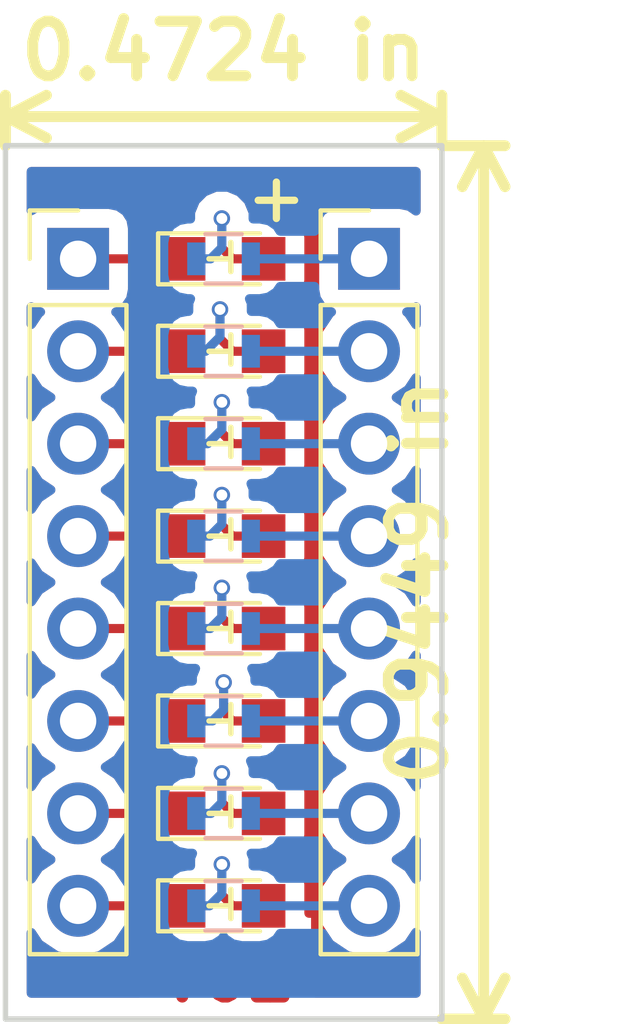
<source format=kicad_pcb>
(kicad_pcb (version 4) (host pcbnew 4.0.7)

  (general
    (links 24)
    (no_connects 0)
    (area 158.874999 109.924999 171.025001 134.075001)
    (thickness 1.6)
    (drawings 9)
    (tracks 87)
    (zones 0)
    (modules 18)
    (nets 25)
  )

  (page A4)
  (layers
    (0 F.Cu signal)
    (31 B.Cu signal)
    (32 B.Adhes user)
    (33 F.Adhes user)
    (34 B.Paste user)
    (35 F.Paste user)
    (36 B.SilkS user)
    (37 F.SilkS user)
    (38 B.Mask user)
    (39 F.Mask user)
    (40 Dwgs.User user)
    (41 Cmts.User user)
    (42 Eco1.User user)
    (43 Eco2.User user)
    (44 Edge.Cuts user)
    (45 Margin user)
    (46 B.CrtYd user)
    (47 F.CrtYd user)
    (48 B.Fab user hide)
    (49 F.Fab user hide)
  )

  (setup
    (last_trace_width 0.25)
    (trace_clearance 0.2)
    (zone_clearance 0.508)
    (zone_45_only no)
    (trace_min 0.2)
    (segment_width 0.2)
    (edge_width 0.15)
    (via_size 0.6)
    (via_drill 0.4)
    (via_min_size 0.4)
    (via_min_drill 0.3)
    (user_via 0.453 0.3)
    (uvia_size 0.3)
    (uvia_drill 0.1)
    (uvias_allowed no)
    (uvia_min_size 0.2)
    (uvia_min_drill 0.1)
    (pcb_text_width 0.3)
    (pcb_text_size 1.5 1.5)
    (mod_edge_width 0.15)
    (mod_text_size 0 0)
    (mod_text_width 0)
    (pad_size 1.7 1.7)
    (pad_drill 1)
    (pad_to_mask_clearance 0.2)
    (aux_axis_origin 0 0)
    (visible_elements 7FFFFFFF)
    (pcbplotparams
      (layerselection 0x00030_80000001)
      (usegerberextensions false)
      (excludeedgelayer true)
      (linewidth 0.100000)
      (plotframeref false)
      (viasonmask false)
      (mode 1)
      (useauxorigin false)
      (hpglpennumber 1)
      (hpglpenspeed 20)
      (hpglpendiameter 15)
      (hpglpenoverlay 2)
      (psnegative false)
      (psa4output false)
      (plotreference true)
      (plotvalue true)
      (plotinvisibletext false)
      (padsonsilk false)
      (subtractmaskfromsilk false)
      (outputformat 1)
      (mirror false)
      (drillshape 1)
      (scaleselection 1)
      (outputdirectory ""))
  )

  (net 0 "")
  (net 1 "Net-(D1-Pad2)")
  (net 2 "Net-(D1-Pad1)")
  (net 3 "Net-(D2-Pad2)")
  (net 4 "Net-(D2-Pad1)")
  (net 5 "Net-(D3-Pad2)")
  (net 6 "Net-(D3-Pad1)")
  (net 7 "Net-(D4-Pad2)")
  (net 8 "Net-(D4-Pad1)")
  (net 9 "Net-(D5-Pad2)")
  (net 10 "Net-(D5-Pad1)")
  (net 11 "Net-(D6-Pad2)")
  (net 12 "Net-(D6-Pad1)")
  (net 13 "Net-(D7-Pad2)")
  (net 14 "Net-(D7-Pad1)")
  (net 15 "Net-(D8-Pad2)")
  (net 16 "Net-(D8-Pad1)")
  (net 17 "Net-(J1-Pad1)")
  (net 18 "Net-(J1-Pad2)")
  (net 19 "Net-(J1-Pad3)")
  (net 20 "Net-(J1-Pad4)")
  (net 21 "Net-(J1-Pad5)")
  (net 22 "Net-(J1-Pad6)")
  (net 23 "Net-(J1-Pad7)")
  (net 24 "Net-(J1-Pad8)")

  (net_class Default "This is the default net class."
    (clearance 0.2)
    (trace_width 0.25)
    (via_dia 0.6)
    (via_drill 0.4)
    (uvia_dia 0.3)
    (uvia_drill 0.1)
    (add_net "Net-(D1-Pad1)")
    (add_net "Net-(D1-Pad2)")
    (add_net "Net-(D2-Pad1)")
    (add_net "Net-(D2-Pad2)")
    (add_net "Net-(D3-Pad1)")
    (add_net "Net-(D3-Pad2)")
    (add_net "Net-(D4-Pad1)")
    (add_net "Net-(D4-Pad2)")
    (add_net "Net-(D5-Pad1)")
    (add_net "Net-(D5-Pad2)")
    (add_net "Net-(D6-Pad1)")
    (add_net "Net-(D6-Pad2)")
    (add_net "Net-(D7-Pad1)")
    (add_net "Net-(D7-Pad2)")
    (add_net "Net-(D8-Pad1)")
    (add_net "Net-(D8-Pad2)")
    (add_net "Net-(J1-Pad1)")
    (add_net "Net-(J1-Pad2)")
    (add_net "Net-(J1-Pad3)")
    (add_net "Net-(J1-Pad4)")
    (add_net "Net-(J1-Pad5)")
    (add_net "Net-(J1-Pad6)")
    (add_net "Net-(J1-Pad7)")
    (add_net "Net-(J1-Pad8)")
  )

  (module Pin_Headers:Pin_Header_Straight_1x08_Pitch2.54mm locked (layer F.Cu) (tedit 5A0B7F20) (tstamp 5A0B7C00)
    (at 168.9476 113.1092)
    (descr "Through hole straight pin header, 1x08, 2.54mm pitch, single row")
    (tags "Through hole pin header THT 1x08 2.54mm single row")
    (path /5A0B7BD9)
    (fp_text reference J1 (at 0 -2.33) (layer F.SilkS)
      (effects (font (size 0 0)))
    )
    (fp_text value Conn_01x08 (at 0 20.11) (layer F.Fab)
      (effects (font (size 0 0)))
    )
    (fp_line (start -0.635 -1.27) (end 1.27 -1.27) (layer F.Fab) (width 0.1))
    (fp_line (start 1.27 -1.27) (end 1.27 19.05) (layer F.Fab) (width 0.1))
    (fp_line (start 1.27 19.05) (end -1.27 19.05) (layer F.Fab) (width 0.1))
    (fp_line (start -1.27 19.05) (end -1.27 -0.635) (layer F.Fab) (width 0.1))
    (fp_line (start -1.27 -0.635) (end -0.635 -1.27) (layer F.Fab) (width 0.1))
    (fp_line (start -1.33 19.11) (end 1.33 19.11) (layer F.SilkS) (width 0.12))
    (fp_line (start -1.33 1.27) (end -1.33 19.11) (layer F.SilkS) (width 0.12))
    (fp_line (start 1.33 1.27) (end 1.33 19.11) (layer F.SilkS) (width 0.12))
    (fp_line (start -1.33 1.27) (end 1.33 1.27) (layer F.SilkS) (width 0.12))
    (fp_line (start -1.33 0) (end -1.33 -1.33) (layer F.SilkS) (width 0.12))
    (fp_line (start -1.33 -1.33) (end 0 -1.33) (layer F.SilkS) (width 0.12))
    (fp_line (start -1.8 -1.8) (end -1.8 19.55) (layer F.CrtYd) (width 0.05))
    (fp_line (start -1.8 19.55) (end 1.8 19.55) (layer F.CrtYd) (width 0.05))
    (fp_line (start 1.8 19.55) (end 1.8 -1.8) (layer F.CrtYd) (width 0.05))
    (fp_line (start 1.8 -1.8) (end -1.8 -1.8) (layer F.CrtYd) (width 0.05))
    (fp_text user %R (at 0 8.89 90) (layer F.Fab)
      (effects (font (size 0 0)))
    )
    (pad 1 thru_hole rect (at 0 0) (size 1.7 1.7) (drill 1) (layers *.Cu *.Mask)
      (net 17 "Net-(J1-Pad1)"))
    (pad 2 thru_hole oval (at 0 2.54) (size 1.7 1.7) (drill 1) (layers *.Cu *.Mask)
      (net 18 "Net-(J1-Pad2)"))
    (pad 3 thru_hole oval (at 0 5.08) (size 1.7 1.7) (drill 1) (layers *.Cu *.Mask)
      (net 19 "Net-(J1-Pad3)"))
    (pad 4 thru_hole oval (at 0 7.62) (size 1.7 1.7) (drill 1) (layers *.Cu *.Mask)
      (net 20 "Net-(J1-Pad4)"))
    (pad 5 thru_hole oval (at 0 10.16) (size 1.7 1.7) (drill 1) (layers *.Cu *.Mask)
      (net 21 "Net-(J1-Pad5)"))
    (pad 6 thru_hole oval (at 0 12.7) (size 1.7 1.7) (drill 1) (layers *.Cu *.Mask)
      (net 22 "Net-(J1-Pad6)"))
    (pad 7 thru_hole oval (at 0 15.24) (size 1.7 1.7) (drill 1) (layers *.Cu *.Mask)
      (net 23 "Net-(J1-Pad7)"))
    (pad 8 thru_hole oval (at 0 17.78) (size 1.7 1.7) (drill 1) (layers *.Cu *.Mask)
      (net 24 "Net-(J1-Pad8)"))
    (model ${KISYS3DMOD}/Pin_Headers.3dshapes/Pin_Header_Straight_1x08_Pitch2.54mm.wrl
      (at (xyz 0 0 0))
      (scale (xyz 1 1 1))
      (rotate (xyz 0 0 0))
    )
  )

  (module Pin_Headers:Pin_Header_Straight_1x08_Pitch2.54mm (layer F.Cu) (tedit 5A0BF0E8) (tstamp 5A0B7C0C)
    (at 160.9476 113.1092)
    (descr "Through hole straight pin header, 1x08, 2.54mm pitch, single row")
    (tags "Through hole pin header THT 1x08 2.54mm single row")
    (path /5A0AFC63)
    (fp_text reference J2 (at 0 -2.33) (layer F.SilkS)
      (effects (font (size 0 0)))
    )
    (fp_text value Conn_01x08 (at 0 20.11) (layer F.Fab)
      (effects (font (size 0 0)))
    )
    (fp_line (start -0.635 -1.27) (end 1.27 -1.27) (layer F.Fab) (width 0.1))
    (fp_line (start 1.27 -1.27) (end 1.27 19.05) (layer F.Fab) (width 0.1))
    (fp_line (start 1.27 19.05) (end -1.27 19.05) (layer F.Fab) (width 0.1))
    (fp_line (start -1.27 19.05) (end -1.27 -0.635) (layer F.Fab) (width 0.1))
    (fp_line (start -1.27 -0.635) (end -0.635 -1.27) (layer F.Fab) (width 0.1))
    (fp_line (start -1.33 19.11) (end 1.33 19.11) (layer F.SilkS) (width 0.12))
    (fp_line (start -1.33 1.27) (end -1.33 19.11) (layer F.SilkS) (width 0.12))
    (fp_line (start 1.33 1.27) (end 1.33 19.11) (layer F.SilkS) (width 0.12))
    (fp_line (start -1.33 1.27) (end 1.33 1.27) (layer F.SilkS) (width 0.12))
    (fp_line (start -1.33 0) (end -1.33 -1.33) (layer F.SilkS) (width 0.12))
    (fp_line (start -1.33 -1.33) (end 0 -1.33) (layer F.SilkS) (width 0.12))
    (fp_line (start -1.8 -1.8) (end -1.8 19.55) (layer F.CrtYd) (width 0.05))
    (fp_line (start -1.8 19.55) (end 1.8 19.55) (layer F.CrtYd) (width 0.05))
    (fp_line (start 1.8 19.55) (end 1.8 -1.8) (layer F.CrtYd) (width 0.05))
    (fp_line (start 1.8 -1.8) (end -1.8 -1.8) (layer F.CrtYd) (width 0.05))
    (fp_text user %R (at 0 8.89 90) (layer F.Fab)
      (effects (font (size 0 0)))
    )
    (pad 1 thru_hole rect (at 0 0) (size 1.7 1.7) (drill 1) (layers *.Cu *.Mask)
      (net 2 "Net-(D1-Pad1)"))
    (pad 2 thru_hole oval (at 0 2.54) (size 1.7 1.7) (drill 1) (layers *.Cu *.Mask)
      (net 4 "Net-(D2-Pad1)"))
    (pad 3 thru_hole oval (at 0 5.08) (size 1.7 1.7) (drill 1) (layers *.Cu *.Mask)
      (net 6 "Net-(D3-Pad1)"))
    (pad 4 thru_hole oval (at 0 7.62) (size 1.7 1.7) (drill 1) (layers *.Cu *.Mask)
      (net 8 "Net-(D4-Pad1)"))
    (pad 5 thru_hole oval (at 0 10.16) (size 1.7 1.7) (drill 1) (layers *.Cu *.Mask)
      (net 10 "Net-(D5-Pad1)"))
    (pad 6 thru_hole oval (at 0 12.7) (size 1.7 1.7) (drill 1) (layers *.Cu *.Mask)
      (net 12 "Net-(D6-Pad1)"))
    (pad 7 thru_hole oval (at 0 15.24) (size 1.7 1.7) (drill 1) (layers *.Cu *.Mask)
      (net 14 "Net-(D7-Pad1)"))
    (pad 8 thru_hole oval (at 0 17.78) (size 1.7 1.7) (drill 1) (layers *.Cu *.Mask)
      (net 16 "Net-(D8-Pad1)"))
    (model ${KISYS3DMOD}/Pin_Headers.3dshapes/Pin_Header_Straight_1x08_Pitch2.54mm.wrl
      (at (xyz 0 0 0))
      (scale (xyz 1 1 1))
      (rotate (xyz 0 0 0))
    )
  )

  (module Resistors_SMD:R_0603 (layer B.Cu) (tedit 58E0A804) (tstamp 5A0B7C12)
    (at 164.9476 113.1092)
    (descr "Resistor SMD 0603, reflow soldering, Vishay (see dcrcw.pdf)")
    (tags "resistor 0603")
    (path /5A0B03BB)
    (attr smd)
    (fp_text reference R1 (at 0 1.45) (layer B.SilkS)
      (effects (font (size 0 0)) (justify mirror))
    )
    (fp_text value R (at 0 -1.5) (layer B.Fab)
      (effects (font (size 0 0)) (justify mirror))
    )
    (fp_text user %R (at 0 0) (layer B.Fab)
      (effects (font (size 0 0)) (justify mirror))
    )
    (fp_line (start -0.8 -0.4) (end -0.8 0.4) (layer B.Fab) (width 0.1))
    (fp_line (start 0.8 -0.4) (end -0.8 -0.4) (layer B.Fab) (width 0.1))
    (fp_line (start 0.8 0.4) (end 0.8 -0.4) (layer B.Fab) (width 0.1))
    (fp_line (start -0.8 0.4) (end 0.8 0.4) (layer B.Fab) (width 0.1))
    (fp_line (start 0.5 -0.68) (end -0.5 -0.68) (layer B.SilkS) (width 0.12))
    (fp_line (start -0.5 0.68) (end 0.5 0.68) (layer B.SilkS) (width 0.12))
    (fp_line (start -1.25 0.7) (end 1.25 0.7) (layer B.CrtYd) (width 0.05))
    (fp_line (start -1.25 0.7) (end -1.25 -0.7) (layer B.CrtYd) (width 0.05))
    (fp_line (start 1.25 -0.7) (end 1.25 0.7) (layer B.CrtYd) (width 0.05))
    (fp_line (start 1.25 -0.7) (end -1.25 -0.7) (layer B.CrtYd) (width 0.05))
    (pad 1 smd rect (at -0.75 0) (size 0.5 0.9) (layers B.Cu B.Paste B.Mask)
      (net 1 "Net-(D1-Pad2)"))
    (pad 2 smd rect (at 0.75 0) (size 0.5 0.9) (layers B.Cu B.Paste B.Mask)
      (net 17 "Net-(J1-Pad1)"))
    (model ${KISYS3DMOD}/Resistors_SMD.3dshapes/R_0603.wrl
      (at (xyz 0 0 0))
      (scale (xyz 1 1 1))
      (rotate (xyz 0 0 0))
    )
  )

  (module Resistors_SMD:R_0603 (layer B.Cu) (tedit 58E0A804) (tstamp 5A0B7C18)
    (at 164.9476 115.6492)
    (descr "Resistor SMD 0603, reflow soldering, Vishay (see dcrcw.pdf)")
    (tags "resistor 0603")
    (path /5A0B0419)
    (attr smd)
    (fp_text reference R2 (at 0 1.45) (layer B.SilkS)
      (effects (font (size 0 0)) (justify mirror))
    )
    (fp_text value R (at 0 -1.5) (layer B.Fab)
      (effects (font (size 0 0)) (justify mirror))
    )
    (fp_text user %R (at 0 0) (layer B.Fab)
      (effects (font (size 0 0)) (justify mirror))
    )
    (fp_line (start -0.8 -0.4) (end -0.8 0.4) (layer B.Fab) (width 0.1))
    (fp_line (start 0.8 -0.4) (end -0.8 -0.4) (layer B.Fab) (width 0.1))
    (fp_line (start 0.8 0.4) (end 0.8 -0.4) (layer B.Fab) (width 0.1))
    (fp_line (start -0.8 0.4) (end 0.8 0.4) (layer B.Fab) (width 0.1))
    (fp_line (start 0.5 -0.68) (end -0.5 -0.68) (layer B.SilkS) (width 0.12))
    (fp_line (start -0.5 0.68) (end 0.5 0.68) (layer B.SilkS) (width 0.12))
    (fp_line (start -1.25 0.7) (end 1.25 0.7) (layer B.CrtYd) (width 0.05))
    (fp_line (start -1.25 0.7) (end -1.25 -0.7) (layer B.CrtYd) (width 0.05))
    (fp_line (start 1.25 -0.7) (end 1.25 0.7) (layer B.CrtYd) (width 0.05))
    (fp_line (start 1.25 -0.7) (end -1.25 -0.7) (layer B.CrtYd) (width 0.05))
    (pad 1 smd rect (at -0.75 0) (size 0.5 0.9) (layers B.Cu B.Paste B.Mask)
      (net 3 "Net-(D2-Pad2)"))
    (pad 2 smd rect (at 0.75 0) (size 0.5 0.9) (layers B.Cu B.Paste B.Mask)
      (net 18 "Net-(J1-Pad2)"))
    (model ${KISYS3DMOD}/Resistors_SMD.3dshapes/R_0603.wrl
      (at (xyz 0 0 0))
      (scale (xyz 1 1 1))
      (rotate (xyz 0 0 0))
    )
  )

  (module Resistors_SMD:R_0603 (layer B.Cu) (tedit 58E0A804) (tstamp 5A0B7C1E)
    (at 164.9476 118.1892)
    (descr "Resistor SMD 0603, reflow soldering, Vishay (see dcrcw.pdf)")
    (tags "resistor 0603")
    (path /5A0B0451)
    (attr smd)
    (fp_text reference R3 (at 0 1.45) (layer B.SilkS)
      (effects (font (size 0 0)) (justify mirror))
    )
    (fp_text value R (at 0 -1.5) (layer B.Fab)
      (effects (font (size 0 0)) (justify mirror))
    )
    (fp_text user %R (at 0 0) (layer B.Fab)
      (effects (font (size 0 0)) (justify mirror))
    )
    (fp_line (start -0.8 -0.4) (end -0.8 0.4) (layer B.Fab) (width 0.1))
    (fp_line (start 0.8 -0.4) (end -0.8 -0.4) (layer B.Fab) (width 0.1))
    (fp_line (start 0.8 0.4) (end 0.8 -0.4) (layer B.Fab) (width 0.1))
    (fp_line (start -0.8 0.4) (end 0.8 0.4) (layer B.Fab) (width 0.1))
    (fp_line (start 0.5 -0.68) (end -0.5 -0.68) (layer B.SilkS) (width 0.12))
    (fp_line (start -0.5 0.68) (end 0.5 0.68) (layer B.SilkS) (width 0.12))
    (fp_line (start -1.25 0.7) (end 1.25 0.7) (layer B.CrtYd) (width 0.05))
    (fp_line (start -1.25 0.7) (end -1.25 -0.7) (layer B.CrtYd) (width 0.05))
    (fp_line (start 1.25 -0.7) (end 1.25 0.7) (layer B.CrtYd) (width 0.05))
    (fp_line (start 1.25 -0.7) (end -1.25 -0.7) (layer B.CrtYd) (width 0.05))
    (pad 1 smd rect (at -0.75 0) (size 0.5 0.9) (layers B.Cu B.Paste B.Mask)
      (net 5 "Net-(D3-Pad2)"))
    (pad 2 smd rect (at 0.75 0) (size 0.5 0.9) (layers B.Cu B.Paste B.Mask)
      (net 19 "Net-(J1-Pad3)"))
    (model ${KISYS3DMOD}/Resistors_SMD.3dshapes/R_0603.wrl
      (at (xyz 0 0 0))
      (scale (xyz 1 1 1))
      (rotate (xyz 0 0 0))
    )
  )

  (module Resistors_SMD:R_0603 (layer B.Cu) (tedit 58E0A804) (tstamp 5A0B7C24)
    (at 164.9476 120.7292)
    (descr "Resistor SMD 0603, reflow soldering, Vishay (see dcrcw.pdf)")
    (tags "resistor 0603")
    (path /5A0B0488)
    (attr smd)
    (fp_text reference R4 (at 0 1.45) (layer B.SilkS)
      (effects (font (size 0 0)) (justify mirror))
    )
    (fp_text value R (at 0 -1.5) (layer B.Fab)
      (effects (font (size 0 0)) (justify mirror))
    )
    (fp_text user %R (at 0 0) (layer B.Fab)
      (effects (font (size 0 0)) (justify mirror))
    )
    (fp_line (start -0.8 -0.4) (end -0.8 0.4) (layer B.Fab) (width 0.1))
    (fp_line (start 0.8 -0.4) (end -0.8 -0.4) (layer B.Fab) (width 0.1))
    (fp_line (start 0.8 0.4) (end 0.8 -0.4) (layer B.Fab) (width 0.1))
    (fp_line (start -0.8 0.4) (end 0.8 0.4) (layer B.Fab) (width 0.1))
    (fp_line (start 0.5 -0.68) (end -0.5 -0.68) (layer B.SilkS) (width 0.12))
    (fp_line (start -0.5 0.68) (end 0.5 0.68) (layer B.SilkS) (width 0.12))
    (fp_line (start -1.25 0.7) (end 1.25 0.7) (layer B.CrtYd) (width 0.05))
    (fp_line (start -1.25 0.7) (end -1.25 -0.7) (layer B.CrtYd) (width 0.05))
    (fp_line (start 1.25 -0.7) (end 1.25 0.7) (layer B.CrtYd) (width 0.05))
    (fp_line (start 1.25 -0.7) (end -1.25 -0.7) (layer B.CrtYd) (width 0.05))
    (pad 1 smd rect (at -0.75 0) (size 0.5 0.9) (layers B.Cu B.Paste B.Mask)
      (net 7 "Net-(D4-Pad2)"))
    (pad 2 smd rect (at 0.75 0) (size 0.5 0.9) (layers B.Cu B.Paste B.Mask)
      (net 20 "Net-(J1-Pad4)"))
    (model ${KISYS3DMOD}/Resistors_SMD.3dshapes/R_0603.wrl
      (at (xyz 0 0 0))
      (scale (xyz 1 1 1))
      (rotate (xyz 0 0 0))
    )
  )

  (module Resistors_SMD:R_0603 (layer B.Cu) (tedit 58E0A804) (tstamp 5A0B7C2A)
    (at 164.9476 123.2692)
    (descr "Resistor SMD 0603, reflow soldering, Vishay (see dcrcw.pdf)")
    (tags "resistor 0603")
    (path /5A0B04C6)
    (attr smd)
    (fp_text reference R5 (at 0 1.45) (layer B.SilkS)
      (effects (font (size 0 0)) (justify mirror))
    )
    (fp_text value R (at 0 -1.5) (layer B.Fab)
      (effects (font (size 0 0)) (justify mirror))
    )
    (fp_text user %R (at 0 0) (layer B.Fab)
      (effects (font (size 0 0)) (justify mirror))
    )
    (fp_line (start -0.8 -0.4) (end -0.8 0.4) (layer B.Fab) (width 0.1))
    (fp_line (start 0.8 -0.4) (end -0.8 -0.4) (layer B.Fab) (width 0.1))
    (fp_line (start 0.8 0.4) (end 0.8 -0.4) (layer B.Fab) (width 0.1))
    (fp_line (start -0.8 0.4) (end 0.8 0.4) (layer B.Fab) (width 0.1))
    (fp_line (start 0.5 -0.68) (end -0.5 -0.68) (layer B.SilkS) (width 0.12))
    (fp_line (start -0.5 0.68) (end 0.5 0.68) (layer B.SilkS) (width 0.12))
    (fp_line (start -1.25 0.7) (end 1.25 0.7) (layer B.CrtYd) (width 0.05))
    (fp_line (start -1.25 0.7) (end -1.25 -0.7) (layer B.CrtYd) (width 0.05))
    (fp_line (start 1.25 -0.7) (end 1.25 0.7) (layer B.CrtYd) (width 0.05))
    (fp_line (start 1.25 -0.7) (end -1.25 -0.7) (layer B.CrtYd) (width 0.05))
    (pad 1 smd rect (at -0.75 0) (size 0.5 0.9) (layers B.Cu B.Paste B.Mask)
      (net 9 "Net-(D5-Pad2)"))
    (pad 2 smd rect (at 0.75 0) (size 0.5 0.9) (layers B.Cu B.Paste B.Mask)
      (net 21 "Net-(J1-Pad5)"))
    (model ${KISYS3DMOD}/Resistors_SMD.3dshapes/R_0603.wrl
      (at (xyz 0 0 0))
      (scale (xyz 1 1 1))
      (rotate (xyz 0 0 0))
    )
  )

  (module Resistors_SMD:R_0603 (layer B.Cu) (tedit 58E0A804) (tstamp 5A0B7C30)
    (at 164.9476 125.8092)
    (descr "Resistor SMD 0603, reflow soldering, Vishay (see dcrcw.pdf)")
    (tags "resistor 0603")
    (path /5A0B0503)
    (attr smd)
    (fp_text reference R6 (at 0 1.45) (layer B.SilkS)
      (effects (font (size 0 0)) (justify mirror))
    )
    (fp_text value R (at 0 -1.5) (layer B.Fab)
      (effects (font (size 0 0)) (justify mirror))
    )
    (fp_text user %R (at 0 0) (layer B.Fab)
      (effects (font (size 0 0)) (justify mirror))
    )
    (fp_line (start -0.8 -0.4) (end -0.8 0.4) (layer B.Fab) (width 0.1))
    (fp_line (start 0.8 -0.4) (end -0.8 -0.4) (layer B.Fab) (width 0.1))
    (fp_line (start 0.8 0.4) (end 0.8 -0.4) (layer B.Fab) (width 0.1))
    (fp_line (start -0.8 0.4) (end 0.8 0.4) (layer B.Fab) (width 0.1))
    (fp_line (start 0.5 -0.68) (end -0.5 -0.68) (layer B.SilkS) (width 0.12))
    (fp_line (start -0.5 0.68) (end 0.5 0.68) (layer B.SilkS) (width 0.12))
    (fp_line (start -1.25 0.7) (end 1.25 0.7) (layer B.CrtYd) (width 0.05))
    (fp_line (start -1.25 0.7) (end -1.25 -0.7) (layer B.CrtYd) (width 0.05))
    (fp_line (start 1.25 -0.7) (end 1.25 0.7) (layer B.CrtYd) (width 0.05))
    (fp_line (start 1.25 -0.7) (end -1.25 -0.7) (layer B.CrtYd) (width 0.05))
    (pad 1 smd rect (at -0.75 0) (size 0.5 0.9) (layers B.Cu B.Paste B.Mask)
      (net 11 "Net-(D6-Pad2)"))
    (pad 2 smd rect (at 0.75 0) (size 0.5 0.9) (layers B.Cu B.Paste B.Mask)
      (net 22 "Net-(J1-Pad6)"))
    (model ${KISYS3DMOD}/Resistors_SMD.3dshapes/R_0603.wrl
      (at (xyz 0 0 0))
      (scale (xyz 1 1 1))
      (rotate (xyz 0 0 0))
    )
  )

  (module Resistors_SMD:R_0603 (layer B.Cu) (tedit 58E0A804) (tstamp 5A0B7C36)
    (at 164.9476 128.3492)
    (descr "Resistor SMD 0603, reflow soldering, Vishay (see dcrcw.pdf)")
    (tags "resistor 0603")
    (path /5A0B0543)
    (attr smd)
    (fp_text reference R7 (at 0 1.45) (layer B.SilkS)
      (effects (font (size 0 0)) (justify mirror))
    )
    (fp_text value R (at 0 -1.5) (layer B.Fab)
      (effects (font (size 0 0)) (justify mirror))
    )
    (fp_text user %R (at 0 0) (layer B.Fab)
      (effects (font (size 0 0)) (justify mirror))
    )
    (fp_line (start -0.8 -0.4) (end -0.8 0.4) (layer B.Fab) (width 0.1))
    (fp_line (start 0.8 -0.4) (end -0.8 -0.4) (layer B.Fab) (width 0.1))
    (fp_line (start 0.8 0.4) (end 0.8 -0.4) (layer B.Fab) (width 0.1))
    (fp_line (start -0.8 0.4) (end 0.8 0.4) (layer B.Fab) (width 0.1))
    (fp_line (start 0.5 -0.68) (end -0.5 -0.68) (layer B.SilkS) (width 0.12))
    (fp_line (start -0.5 0.68) (end 0.5 0.68) (layer B.SilkS) (width 0.12))
    (fp_line (start -1.25 0.7) (end 1.25 0.7) (layer B.CrtYd) (width 0.05))
    (fp_line (start -1.25 0.7) (end -1.25 -0.7) (layer B.CrtYd) (width 0.05))
    (fp_line (start 1.25 -0.7) (end 1.25 0.7) (layer B.CrtYd) (width 0.05))
    (fp_line (start 1.25 -0.7) (end -1.25 -0.7) (layer B.CrtYd) (width 0.05))
    (pad 1 smd rect (at -0.75 0) (size 0.5 0.9) (layers B.Cu B.Paste B.Mask)
      (net 13 "Net-(D7-Pad2)"))
    (pad 2 smd rect (at 0.75 0) (size 0.5 0.9) (layers B.Cu B.Paste B.Mask)
      (net 23 "Net-(J1-Pad7)"))
    (model ${KISYS3DMOD}/Resistors_SMD.3dshapes/R_0603.wrl
      (at (xyz 0 0 0))
      (scale (xyz 1 1 1))
      (rotate (xyz 0 0 0))
    )
  )

  (module Resistors_SMD:R_0603 (layer B.Cu) (tedit 58E0A804) (tstamp 5A0B7C3C)
    (at 164.9476 130.8892)
    (descr "Resistor SMD 0603, reflow soldering, Vishay (see dcrcw.pdf)")
    (tags "resistor 0603")
    (path /5A0B0586)
    (attr smd)
    (fp_text reference R8 (at 0 1.45) (layer B.SilkS)
      (effects (font (size 0 0)) (justify mirror))
    )
    (fp_text value R (at 0 -1.5) (layer B.Fab)
      (effects (font (size 0 0)) (justify mirror))
    )
    (fp_text user %R (at 0 0) (layer B.Fab)
      (effects (font (size 0 0)) (justify mirror))
    )
    (fp_line (start -0.8 -0.4) (end -0.8 0.4) (layer B.Fab) (width 0.1))
    (fp_line (start 0.8 -0.4) (end -0.8 -0.4) (layer B.Fab) (width 0.1))
    (fp_line (start 0.8 0.4) (end 0.8 -0.4) (layer B.Fab) (width 0.1))
    (fp_line (start -0.8 0.4) (end 0.8 0.4) (layer B.Fab) (width 0.1))
    (fp_line (start 0.5 -0.68) (end -0.5 -0.68) (layer B.SilkS) (width 0.12))
    (fp_line (start -0.5 0.68) (end 0.5 0.68) (layer B.SilkS) (width 0.12))
    (fp_line (start -1.25 0.7) (end 1.25 0.7) (layer B.CrtYd) (width 0.05))
    (fp_line (start -1.25 0.7) (end -1.25 -0.7) (layer B.CrtYd) (width 0.05))
    (fp_line (start 1.25 -0.7) (end 1.25 0.7) (layer B.CrtYd) (width 0.05))
    (fp_line (start 1.25 -0.7) (end -1.25 -0.7) (layer B.CrtYd) (width 0.05))
    (pad 1 smd rect (at -0.75 0) (size 0.5 0.9) (layers B.Cu B.Paste B.Mask)
      (net 15 "Net-(D8-Pad2)"))
    (pad 2 smd rect (at 0.75 0) (size 0.5 0.9) (layers B.Cu B.Paste B.Mask)
      (net 24 "Net-(J1-Pad8)"))
    (model ${KISYS3DMOD}/Resistors_SMD.3dshapes/R_0603.wrl
      (at (xyz 0 0 0))
      (scale (xyz 1 1 1))
      (rotate (xyz 0 0 0))
    )
  )

  (module LED0805:LED_0805 (layer F.Cu) (tedit 5A0B80A0) (tstamp 5A0B7BF4)
    (at 164.9476 130.8892)
    (descr "LED 0805 smd package")
    (tags "LED led 0805 SMD smd SMT smt smdled SMDLED smtled SMTLED")
    (path /5A0AFBD3)
    (attr smd)
    (fp_text reference D8 (at 0 -1.45) (layer F.SilkS)
      (effects (font (size 0 0)))
    )
    (fp_text value LED (at 0 1.55) (layer F.Fab)
      (effects (font (size 0 0)))
    )
    (fp_line (start 0.2 0) (end -0.4 0) (layer F.SilkS) (width 0.15))
    (fp_line (start 0.2 -0.45) (end 0.2 0.35) (layer F.SilkS) (width 0.15))
    (fp_line (start -1.8 -0.7) (end -1.8 0.7) (layer F.SilkS) (width 0.12))
    (fp_line (start -0.4 -0.4) (end -0.4 0.4) (layer F.Fab) (width 0.1))
    (fp_line (start -0.4 0) (end 0.2 -0.4) (layer F.Fab) (width 0.1))
    (fp_line (start 0.2 0.4) (end -0.4 0) (layer F.Fab) (width 0.1))
    (fp_line (start 0.2 -0.4) (end 0.2 0.4) (layer F.Fab) (width 0.1))
    (fp_line (start 1 0.6) (end -1 0.6) (layer F.Fab) (width 0.1))
    (fp_line (start 1 -0.6) (end 1 0.6) (layer F.Fab) (width 0.1))
    (fp_line (start -1 -0.6) (end 1 -0.6) (layer F.Fab) (width 0.1))
    (fp_line (start -1 0.6) (end -1 -0.6) (layer F.Fab) (width 0.1))
    (fp_line (start -1.8 0.7) (end 1 0.7) (layer F.SilkS) (width 0.12))
    (fp_line (start -1.8 -0.7) (end 1 -0.7) (layer F.SilkS) (width 0.12))
    (fp_line (start 1.95 -0.85) (end 1.95 0.85) (layer F.CrtYd) (width 0.05))
    (fp_line (start 1.95 0.85) (end -1.95 0.85) (layer F.CrtYd) (width 0.05))
    (fp_line (start -1.95 0.85) (end -1.95 -0.85) (layer F.CrtYd) (width 0.05))
    (fp_line (start -1.95 -0.85) (end 1.95 -0.85) (layer F.CrtYd) (width 0.05))
    (fp_text user %R (at 0 -1.25) (layer F.Fab)
      (effects (font (size 0 0)))
    )
    (pad 2 smd rect (at 1.1 0 180) (size 1.2 1.2) (layers F.Cu F.Paste F.Mask)
      (net 15 "Net-(D8-Pad2)"))
    (pad 1 smd rect (at -1.1 0 180) (size 1.2 1.2) (layers F.Cu F.Paste F.Mask)
      (net 16 "Net-(D8-Pad1)"))
    (model ${KISYS3DMOD}/LEDs.3dshapes/LED_0805.wrl
      (at (xyz 0 0 0))
      (scale (xyz 1 1 1))
      (rotate (xyz 0 0 180))
    )
  )

  (module LED0805:LED_0805 (layer F.Cu) (tedit 5A0B80A0) (tstamp 5A0B7BDC)
    (at 164.9476 128.3492)
    (descr "LED 0805 smd package")
    (tags "LED led 0805 SMD smd SMT smt smdled SMDLED smtled SMTLED")
    (path /5A0AF89A)
    (attr smd)
    (fp_text reference D7 (at 0 -1.45) (layer F.SilkS)
      (effects (font (size 0 0)))
    )
    (fp_text value LED (at 0 1.55) (layer F.Fab)
      (effects (font (size 0 0)))
    )
    (fp_line (start 0.2 0) (end -0.4 0) (layer F.SilkS) (width 0.15))
    (fp_line (start 0.2 -0.45) (end 0.2 0.35) (layer F.SilkS) (width 0.15))
    (fp_line (start -1.8 -0.7) (end -1.8 0.7) (layer F.SilkS) (width 0.12))
    (fp_line (start -0.4 -0.4) (end -0.4 0.4) (layer F.Fab) (width 0.1))
    (fp_line (start -0.4 0) (end 0.2 -0.4) (layer F.Fab) (width 0.1))
    (fp_line (start 0.2 0.4) (end -0.4 0) (layer F.Fab) (width 0.1))
    (fp_line (start 0.2 -0.4) (end 0.2 0.4) (layer F.Fab) (width 0.1))
    (fp_line (start 1 0.6) (end -1 0.6) (layer F.Fab) (width 0.1))
    (fp_line (start 1 -0.6) (end 1 0.6) (layer F.Fab) (width 0.1))
    (fp_line (start -1 -0.6) (end 1 -0.6) (layer F.Fab) (width 0.1))
    (fp_line (start -1 0.6) (end -1 -0.6) (layer F.Fab) (width 0.1))
    (fp_line (start -1.8 0.7) (end 1 0.7) (layer F.SilkS) (width 0.12))
    (fp_line (start -1.8 -0.7) (end 1 -0.7) (layer F.SilkS) (width 0.12))
    (fp_line (start 1.95 -0.85) (end 1.95 0.85) (layer F.CrtYd) (width 0.05))
    (fp_line (start 1.95 0.85) (end -1.95 0.85) (layer F.CrtYd) (width 0.05))
    (fp_line (start -1.95 0.85) (end -1.95 -0.85) (layer F.CrtYd) (width 0.05))
    (fp_line (start -1.95 -0.85) (end 1.95 -0.85) (layer F.CrtYd) (width 0.05))
    (fp_text user %R (at 0 -1.25) (layer F.Fab)
      (effects (font (size 0 0)))
    )
    (pad 2 smd rect (at 1.1 0 180) (size 1.2 1.2) (layers F.Cu F.Paste F.Mask)
      (net 13 "Net-(D7-Pad2)"))
    (pad 1 smd rect (at -1.1 0 180) (size 1.2 1.2) (layers F.Cu F.Paste F.Mask)
      (net 14 "Net-(D7-Pad1)"))
    (model ${KISYS3DMOD}/LEDs.3dshapes/LED_0805.wrl
      (at (xyz 0 0 0))
      (scale (xyz 1 1 1))
      (rotate (xyz 0 0 180))
    )
  )

  (module LED0805:LED_0805 (layer F.Cu) (tedit 5A0B80A0) (tstamp 5A0B7BC4)
    (at 164.9476 125.8092)
    (descr "LED 0805 smd package")
    (tags "LED led 0805 SMD smd SMT smt smdled SMDLED smtled SMTLED")
    (path /5A0AF962)
    (attr smd)
    (fp_text reference D6 (at 0 -1.45) (layer F.SilkS)
      (effects (font (size 0 0)))
    )
    (fp_text value LED (at 0 1.55) (layer F.Fab)
      (effects (font (size 0 0)))
    )
    (fp_line (start 0.2 0) (end -0.4 0) (layer F.SilkS) (width 0.15))
    (fp_line (start 0.2 -0.45) (end 0.2 0.35) (layer F.SilkS) (width 0.15))
    (fp_line (start -1.8 -0.7) (end -1.8 0.7) (layer F.SilkS) (width 0.12))
    (fp_line (start -0.4 -0.4) (end -0.4 0.4) (layer F.Fab) (width 0.1))
    (fp_line (start -0.4 0) (end 0.2 -0.4) (layer F.Fab) (width 0.1))
    (fp_line (start 0.2 0.4) (end -0.4 0) (layer F.Fab) (width 0.1))
    (fp_line (start 0.2 -0.4) (end 0.2 0.4) (layer F.Fab) (width 0.1))
    (fp_line (start 1 0.6) (end -1 0.6) (layer F.Fab) (width 0.1))
    (fp_line (start 1 -0.6) (end 1 0.6) (layer F.Fab) (width 0.1))
    (fp_line (start -1 -0.6) (end 1 -0.6) (layer F.Fab) (width 0.1))
    (fp_line (start -1 0.6) (end -1 -0.6) (layer F.Fab) (width 0.1))
    (fp_line (start -1.8 0.7) (end 1 0.7) (layer F.SilkS) (width 0.12))
    (fp_line (start -1.8 -0.7) (end 1 -0.7) (layer F.SilkS) (width 0.12))
    (fp_line (start 1.95 -0.85) (end 1.95 0.85) (layer F.CrtYd) (width 0.05))
    (fp_line (start 1.95 0.85) (end -1.95 0.85) (layer F.CrtYd) (width 0.05))
    (fp_line (start -1.95 0.85) (end -1.95 -0.85) (layer F.CrtYd) (width 0.05))
    (fp_line (start -1.95 -0.85) (end 1.95 -0.85) (layer F.CrtYd) (width 0.05))
    (fp_text user %R (at 0 -1.25) (layer F.Fab)
      (effects (font (size 0 0)))
    )
    (pad 2 smd rect (at 1.1 0 180) (size 1.2 1.2) (layers F.Cu F.Paste F.Mask)
      (net 11 "Net-(D6-Pad2)"))
    (pad 1 smd rect (at -1.1 0 180) (size 1.2 1.2) (layers F.Cu F.Paste F.Mask)
      (net 12 "Net-(D6-Pad1)"))
    (model ${KISYS3DMOD}/LEDs.3dshapes/LED_0805.wrl
      (at (xyz 0 0 0))
      (scale (xyz 1 1 1))
      (rotate (xyz 0 0 180))
    )
  )

  (module LED0805:LED_0805 (layer F.Cu) (tedit 5A0B80A0) (tstamp 5A0B7BAC)
    (at 164.9476 123.2692)
    (descr "LED 0805 smd package")
    (tags "LED led 0805 SMD smd SMT smt smdled SMDLED smtled SMTLED")
    (path /5A0AF9A3)
    (attr smd)
    (fp_text reference D5 (at 0 -1.45) (layer F.SilkS)
      (effects (font (size 0 0)))
    )
    (fp_text value LED (at 0 1.55) (layer F.Fab)
      (effects (font (size 0 0)))
    )
    (fp_line (start 0.2 0) (end -0.4 0) (layer F.SilkS) (width 0.15))
    (fp_line (start 0.2 -0.45) (end 0.2 0.35) (layer F.SilkS) (width 0.15))
    (fp_line (start -1.8 -0.7) (end -1.8 0.7) (layer F.SilkS) (width 0.12))
    (fp_line (start -0.4 -0.4) (end -0.4 0.4) (layer F.Fab) (width 0.1))
    (fp_line (start -0.4 0) (end 0.2 -0.4) (layer F.Fab) (width 0.1))
    (fp_line (start 0.2 0.4) (end -0.4 0) (layer F.Fab) (width 0.1))
    (fp_line (start 0.2 -0.4) (end 0.2 0.4) (layer F.Fab) (width 0.1))
    (fp_line (start 1 0.6) (end -1 0.6) (layer F.Fab) (width 0.1))
    (fp_line (start 1 -0.6) (end 1 0.6) (layer F.Fab) (width 0.1))
    (fp_line (start -1 -0.6) (end 1 -0.6) (layer F.Fab) (width 0.1))
    (fp_line (start -1 0.6) (end -1 -0.6) (layer F.Fab) (width 0.1))
    (fp_line (start -1.8 0.7) (end 1 0.7) (layer F.SilkS) (width 0.12))
    (fp_line (start -1.8 -0.7) (end 1 -0.7) (layer F.SilkS) (width 0.12))
    (fp_line (start 1.95 -0.85) (end 1.95 0.85) (layer F.CrtYd) (width 0.05))
    (fp_line (start 1.95 0.85) (end -1.95 0.85) (layer F.CrtYd) (width 0.05))
    (fp_line (start -1.95 0.85) (end -1.95 -0.85) (layer F.CrtYd) (width 0.05))
    (fp_line (start -1.95 -0.85) (end 1.95 -0.85) (layer F.CrtYd) (width 0.05))
    (fp_text user %R (at 0 -1.25) (layer F.Fab)
      (effects (font (size 0 0)))
    )
    (pad 2 smd rect (at 1.1 0 180) (size 1.2 1.2) (layers F.Cu F.Paste F.Mask)
      (net 9 "Net-(D5-Pad2)"))
    (pad 1 smd rect (at -1.1 0 180) (size 1.2 1.2) (layers F.Cu F.Paste F.Mask)
      (net 10 "Net-(D5-Pad1)"))
    (model ${KISYS3DMOD}/LEDs.3dshapes/LED_0805.wrl
      (at (xyz 0 0 0))
      (scale (xyz 1 1 1))
      (rotate (xyz 0 0 180))
    )
  )

  (module LED0805:LED_0805 (layer F.Cu) (tedit 5A0B80A0) (tstamp 5A0B7B94)
    (at 164.9476 120.7292)
    (descr "LED 0805 smd package")
    (tags "LED led 0805 SMD smd SMT smt smdled SMDLED smtled SMTLED")
    (path /5A0AF984)
    (attr smd)
    (fp_text reference D4 (at 0 -1.45) (layer F.SilkS)
      (effects (font (size 0 0)))
    )
    (fp_text value LED (at 0 1.55) (layer F.Fab)
      (effects (font (size 0 0)))
    )
    (fp_line (start 0.2 0) (end -0.4 0) (layer F.SilkS) (width 0.15))
    (fp_line (start 0.2 -0.45) (end 0.2 0.35) (layer F.SilkS) (width 0.15))
    (fp_line (start -1.8 -0.7) (end -1.8 0.7) (layer F.SilkS) (width 0.12))
    (fp_line (start -0.4 -0.4) (end -0.4 0.4) (layer F.Fab) (width 0.1))
    (fp_line (start -0.4 0) (end 0.2 -0.4) (layer F.Fab) (width 0.1))
    (fp_line (start 0.2 0.4) (end -0.4 0) (layer F.Fab) (width 0.1))
    (fp_line (start 0.2 -0.4) (end 0.2 0.4) (layer F.Fab) (width 0.1))
    (fp_line (start 1 0.6) (end -1 0.6) (layer F.Fab) (width 0.1))
    (fp_line (start 1 -0.6) (end 1 0.6) (layer F.Fab) (width 0.1))
    (fp_line (start -1 -0.6) (end 1 -0.6) (layer F.Fab) (width 0.1))
    (fp_line (start -1 0.6) (end -1 -0.6) (layer F.Fab) (width 0.1))
    (fp_line (start -1.8 0.7) (end 1 0.7) (layer F.SilkS) (width 0.12))
    (fp_line (start -1.8 -0.7) (end 1 -0.7) (layer F.SilkS) (width 0.12))
    (fp_line (start 1.95 -0.85) (end 1.95 0.85) (layer F.CrtYd) (width 0.05))
    (fp_line (start 1.95 0.85) (end -1.95 0.85) (layer F.CrtYd) (width 0.05))
    (fp_line (start -1.95 0.85) (end -1.95 -0.85) (layer F.CrtYd) (width 0.05))
    (fp_line (start -1.95 -0.85) (end 1.95 -0.85) (layer F.CrtYd) (width 0.05))
    (fp_text user %R (at 0 -1.25) (layer F.Fab)
      (effects (font (size 0 0)))
    )
    (pad 2 smd rect (at 1.1 0 180) (size 1.2 1.2) (layers F.Cu F.Paste F.Mask)
      (net 7 "Net-(D4-Pad2)"))
    (pad 1 smd rect (at -1.1 0 180) (size 1.2 1.2) (layers F.Cu F.Paste F.Mask)
      (net 8 "Net-(D4-Pad1)"))
    (model ${KISYS3DMOD}/LEDs.3dshapes/LED_0805.wrl
      (at (xyz 0 0 0))
      (scale (xyz 1 1 1))
      (rotate (xyz 0 0 180))
    )
  )

  (module LED0805:LED_0805 (layer F.Cu) (tedit 5A0B80A0) (tstamp 5A0B7B7C)
    (at 164.9476 118.1892)
    (descr "LED 0805 smd package")
    (tags "LED led 0805 SMD smd SMT smt smdled SMDLED smtled SMTLED")
    (path /5A0AFAA5)
    (attr smd)
    (fp_text reference D3 (at 0 -1.45) (layer F.SilkS)
      (effects (font (size 0 0)))
    )
    (fp_text value LED (at 0 1.55) (layer F.Fab)
      (effects (font (size 0 0)))
    )
    (fp_line (start 0.2 0) (end -0.4 0) (layer F.SilkS) (width 0.15))
    (fp_line (start 0.2 -0.45) (end 0.2 0.35) (layer F.SilkS) (width 0.15))
    (fp_line (start -1.8 -0.7) (end -1.8 0.7) (layer F.SilkS) (width 0.12))
    (fp_line (start -0.4 -0.4) (end -0.4 0.4) (layer F.Fab) (width 0.1))
    (fp_line (start -0.4 0) (end 0.2 -0.4) (layer F.Fab) (width 0.1))
    (fp_line (start 0.2 0.4) (end -0.4 0) (layer F.Fab) (width 0.1))
    (fp_line (start 0.2 -0.4) (end 0.2 0.4) (layer F.Fab) (width 0.1))
    (fp_line (start 1 0.6) (end -1 0.6) (layer F.Fab) (width 0.1))
    (fp_line (start 1 -0.6) (end 1 0.6) (layer F.Fab) (width 0.1))
    (fp_line (start -1 -0.6) (end 1 -0.6) (layer F.Fab) (width 0.1))
    (fp_line (start -1 0.6) (end -1 -0.6) (layer F.Fab) (width 0.1))
    (fp_line (start -1.8 0.7) (end 1 0.7) (layer F.SilkS) (width 0.12))
    (fp_line (start -1.8 -0.7) (end 1 -0.7) (layer F.SilkS) (width 0.12))
    (fp_line (start 1.95 -0.85) (end 1.95 0.85) (layer F.CrtYd) (width 0.05))
    (fp_line (start 1.95 0.85) (end -1.95 0.85) (layer F.CrtYd) (width 0.05))
    (fp_line (start -1.95 0.85) (end -1.95 -0.85) (layer F.CrtYd) (width 0.05))
    (fp_line (start -1.95 -0.85) (end 1.95 -0.85) (layer F.CrtYd) (width 0.05))
    (fp_text user %R (at 0 -1.25) (layer F.Fab)
      (effects (font (size 0 0)))
    )
    (pad 2 smd rect (at 1.1 0 180) (size 1.2 1.2) (layers F.Cu F.Paste F.Mask)
      (net 5 "Net-(D3-Pad2)"))
    (pad 1 smd rect (at -1.1 0 180) (size 1.2 1.2) (layers F.Cu F.Paste F.Mask)
      (net 6 "Net-(D3-Pad1)"))
    (model ${KISYS3DMOD}/LEDs.3dshapes/LED_0805.wrl
      (at (xyz 0 0 0))
      (scale (xyz 1 1 1))
      (rotate (xyz 0 0 180))
    )
  )

  (module LED0805:LED_0805 (layer F.Cu) (tedit 5A0B80A0) (tstamp 5A0B7B64)
    (at 164.9476 115.6492)
    (descr "LED 0805 smd package")
    (tags "LED led 0805 SMD smd SMT smt smdled SMDLED smtled SMTLED")
    (path /5A0AFB70)
    (attr smd)
    (fp_text reference D2 (at 0 -1.45) (layer F.SilkS)
      (effects (font (size 0 0)))
    )
    (fp_text value LED (at 0 1.55) (layer F.Fab)
      (effects (font (size 0 0)))
    )
    (fp_line (start 0.2 0) (end -0.4 0) (layer F.SilkS) (width 0.15))
    (fp_line (start 0.2 -0.45) (end 0.2 0.35) (layer F.SilkS) (width 0.15))
    (fp_line (start -1.8 -0.7) (end -1.8 0.7) (layer F.SilkS) (width 0.12))
    (fp_line (start -0.4 -0.4) (end -0.4 0.4) (layer F.Fab) (width 0.1))
    (fp_line (start -0.4 0) (end 0.2 -0.4) (layer F.Fab) (width 0.1))
    (fp_line (start 0.2 0.4) (end -0.4 0) (layer F.Fab) (width 0.1))
    (fp_line (start 0.2 -0.4) (end 0.2 0.4) (layer F.Fab) (width 0.1))
    (fp_line (start 1 0.6) (end -1 0.6) (layer F.Fab) (width 0.1))
    (fp_line (start 1 -0.6) (end 1 0.6) (layer F.Fab) (width 0.1))
    (fp_line (start -1 -0.6) (end 1 -0.6) (layer F.Fab) (width 0.1))
    (fp_line (start -1 0.6) (end -1 -0.6) (layer F.Fab) (width 0.1))
    (fp_line (start -1.8 0.7) (end 1 0.7) (layer F.SilkS) (width 0.12))
    (fp_line (start -1.8 -0.7) (end 1 -0.7) (layer F.SilkS) (width 0.12))
    (fp_line (start 1.95 -0.85) (end 1.95 0.85) (layer F.CrtYd) (width 0.05))
    (fp_line (start 1.95 0.85) (end -1.95 0.85) (layer F.CrtYd) (width 0.05))
    (fp_line (start -1.95 0.85) (end -1.95 -0.85) (layer F.CrtYd) (width 0.05))
    (fp_line (start -1.95 -0.85) (end 1.95 -0.85) (layer F.CrtYd) (width 0.05))
    (fp_text user %R (at 0 -1.25) (layer F.Fab)
      (effects (font (size 0 0)))
    )
    (pad 2 smd rect (at 1.1 0 180) (size 1.2 1.2) (layers F.Cu F.Paste F.Mask)
      (net 3 "Net-(D2-Pad2)"))
    (pad 1 smd rect (at -1.1 0 180) (size 1.2 1.2) (layers F.Cu F.Paste F.Mask)
      (net 4 "Net-(D2-Pad1)"))
    (model ${KISYS3DMOD}/LEDs.3dshapes/LED_0805.wrl
      (at (xyz 0 0 0))
      (scale (xyz 1 1 1))
      (rotate (xyz 0 0 180))
    )
  )

  (module LED0805:LED_0805 (layer F.Cu) (tedit 5A0BF391) (tstamp 5A0B7B4C)
    (at 164.9476 113.1092)
    (descr "LED 0805 smd package")
    (tags "LED led 0805 SMD smd SMT smt smdled SMDLED smtled SMTLED")
    (path /5A0AFB9A)
    (attr smd)
    (fp_text reference D1 (at 0 -1.45) (layer F.SilkS) hide
      (effects (font (size 0 0)))
    )
    (fp_text value LED (at 0 1.55) (layer F.Fab)
      (effects (font (size 0 0)))
    )
    (fp_line (start 0.2 0) (end -0.4 0) (layer F.SilkS) (width 0.15))
    (fp_line (start 0.2 -0.45) (end 0.2 0.35) (layer F.SilkS) (width 0.15))
    (fp_line (start -1.8 -0.7) (end -1.8 0.7) (layer F.SilkS) (width 0.12))
    (fp_line (start -0.4 -0.4) (end -0.4 0.4) (layer F.Fab) (width 0.1))
    (fp_line (start -0.4 0) (end 0.2 -0.4) (layer F.Fab) (width 0.1))
    (fp_line (start 0.2 0.4) (end -0.4 0) (layer F.Fab) (width 0.1))
    (fp_line (start 0.2 -0.4) (end 0.2 0.4) (layer F.Fab) (width 0.1))
    (fp_line (start 1 0.6) (end -1 0.6) (layer F.Fab) (width 0.1))
    (fp_line (start 1 -0.6) (end 1 0.6) (layer F.Fab) (width 0.1))
    (fp_line (start -1 -0.6) (end 1 -0.6) (layer F.Fab) (width 0.1))
    (fp_line (start -1 0.6) (end -1 -0.6) (layer F.Fab) (width 0.1))
    (fp_line (start -1.8 0.7) (end 1 0.7) (layer F.SilkS) (width 0.12))
    (fp_line (start -1.8 -0.7) (end 1 -0.7) (layer F.SilkS) (width 0.12))
    (fp_line (start 1.95 -0.85) (end 1.95 0.85) (layer F.CrtYd) (width 0.05))
    (fp_line (start 1.95 0.85) (end -1.95 0.85) (layer F.CrtYd) (width 0.05))
    (fp_line (start -1.95 0.85) (end -1.95 -0.85) (layer F.CrtYd) (width 0.05))
    (fp_line (start -1.95 -0.85) (end 1.95 -0.85) (layer F.CrtYd) (width 0.05))
    (fp_text user %R (at 0 -1.25) (layer F.Fab)
      (effects (font (size 0 0)))
    )
    (pad 2 smd rect (at 1.1 0 180) (size 1.2 1.2) (layers F.Cu F.Paste F.Mask)
      (net 1 "Net-(D1-Pad2)"))
    (pad 1 smd rect (at -1.1 0 180) (size 1.2 1.2) (layers F.Cu F.Paste F.Mask)
      (net 2 "Net-(D1-Pad1)"))
    (model ${KISYS3DMOD}/LEDs.3dshapes/LED_0805.wrl
      (at (xyz 0 0 0))
      (scale (xyz 1 1 1))
      (rotate (xyz 0 0 180))
    )
  )

  (gr_text V01 (at 165.05 132.8) (layer F.Cu)
    (effects (font (size 1.3 1.3) (thickness 0.325)))
  )
  (gr_line (start 166.9 111.5) (end 165.9 111.5) (layer F.SilkS) (width 0.2) (tstamp 5A0BF816))
  (gr_line (start 166.4 112) (end 166.4 111) (layer F.SilkS) (width 0.2))
  (dimension 24 (width 0.3) (layer F.SilkS)
    (gr_text "24.000 mm" (at 173.45 122 270) (layer F.SilkS)
      (effects (font (size 1.5 1.5) (thickness 0.3)))
    )
    (feature1 (pts (xy 170.95 134) (xy 174.8 134)))
    (feature2 (pts (xy 170.95 110) (xy 174.8 110)))
    (crossbar (pts (xy 172.1 110) (xy 172.1 134)))
    (arrow1a (pts (xy 172.1 134) (xy 171.513579 132.873496)))
    (arrow1b (pts (xy 172.1 134) (xy 172.686421 132.873496)))
    (arrow2a (pts (xy 172.1 110) (xy 171.513579 111.126504)))
    (arrow2b (pts (xy 172.1 110) (xy 172.686421 111.126504)))
  )
  (dimension 12 (width 0.3) (layer F.SilkS)
    (gr_text "12.000 mm" (at 164.95 107.85) (layer F.SilkS)
      (effects (font (size 1.5 1.5) (thickness 0.3)))
    )
    (feature1 (pts (xy 170.95 110) (xy 170.95 106.5)))
    (feature2 (pts (xy 158.95 110) (xy 158.95 106.5)))
    (crossbar (pts (xy 158.95 109.2) (xy 170.95 109.2)))
    (arrow1a (pts (xy 170.95 109.2) (xy 169.823496 109.786421)))
    (arrow1b (pts (xy 170.95 109.2) (xy 169.823496 108.613579)))
    (arrow2a (pts (xy 158.95 109.2) (xy 160.076504 109.786421)))
    (arrow2b (pts (xy 158.95 109.2) (xy 160.076504 108.613579)))
  )
  (gr_line (start 158.95 134) (end 158.95 110) (layer Edge.Cuts) (width 0.15))
  (gr_line (start 170.95 134) (end 158.95 134) (layer Edge.Cuts) (width 0.15))
  (gr_line (start 170.95 110) (end 170.95 134) (layer Edge.Cuts) (width 0.15))
  (gr_line (start 158.95 110) (end 170.95 110) (layer Edge.Cuts) (width 0.15))

  (segment (start 164.1976 113.1092) (end 164.5908 113.1092) (width 0.25) (layer B.Cu) (net 1))
  (segment (start 164.5908 113.1092) (end 164.9 112.8) (width 0.25) (layer B.Cu) (net 1))
  (segment (start 164.9 112.8) (end 164.9 112.000006) (width 0.25) (layer B.Cu) (net 1))
  (segment (start 164.9 112.320325) (end 164.9 112.000006) (width 0.25) (layer F.Cu) (net 1))
  (segment (start 165.1976 113.1092) (end 164.9 112.8116) (width 0.25) (layer F.Cu) (net 1))
  (segment (start 166.0476 113.1092) (end 165.1976 113.1092) (width 0.25) (layer F.Cu) (net 1))
  (segment (start 164.9 112.8116) (end 164.9 112.320325) (width 0.25) (layer F.Cu) (net 1))
  (via (at 164.9 112.000006) (size 0.453) (drill 0.3) (layers F.Cu B.Cu) (net 1))
  (segment (start 160.9476 113.1092) (end 163.8476 113.1092) (width 0.25) (layer F.Cu) (net 2))
  (segment (start 164.1976 115.6492) (end 164.4508 115.6492) (width 0.25) (layer B.Cu) (net 3))
  (segment (start 164.4508 115.6492) (end 164.85 115.25) (width 0.25) (layer B.Cu) (net 3))
  (segment (start 164.85 115.25) (end 164.85 114.5) (width 0.25) (layer B.Cu) (net 3))
  (segment (start 164.85 114.820319) (end 164.85 114.5) (width 0.25) (layer F.Cu) (net 3))
  (segment (start 164.85 115.3016) (end 164.85 114.820319) (width 0.25) (layer F.Cu) (net 3))
  (segment (start 165.1976 115.6492) (end 164.85 115.3016) (width 0.25) (layer F.Cu) (net 3))
  (segment (start 166.0476 115.6492) (end 165.1976 115.6492) (width 0.25) (layer F.Cu) (net 3))
  (via (at 164.85 114.5) (size 0.453) (drill 0.3) (layers F.Cu B.Cu) (net 3))
  (segment (start 163.8476 115.6492) (end 160.9476 115.6492) (width 0.25) (layer F.Cu) (net 4))
  (segment (start 164.1976 118.1892) (end 164.5108 118.1892) (width 0.25) (layer B.Cu) (net 5))
  (segment (start 164.5108 118.1892) (end 164.9 117.8) (width 0.25) (layer B.Cu) (net 5))
  (segment (start 164.9 117.8) (end 164.9 117.05) (width 0.25) (layer B.Cu) (net 5))
  (segment (start 165.1976 118.1892) (end 164.9 117.8916) (width 0.25) (layer F.Cu) (net 5))
  (segment (start 166.0476 118.1892) (end 165.1976 118.1892) (width 0.25) (layer F.Cu) (net 5))
  (segment (start 164.9 117.8916) (end 164.9 117.370319) (width 0.25) (layer F.Cu) (net 5))
  (segment (start 164.9 117.370319) (end 164.9 117.05) (width 0.25) (layer F.Cu) (net 5))
  (via (at 164.9 117.05) (size 0.453) (drill 0.3) (layers F.Cu B.Cu) (net 5))
  (segment (start 161.149681 118.1892) (end 163.8476 118.1892) (width 0.25) (layer F.Cu) (net 6) (status 30))
  (segment (start 164.1976 120.7292) (end 164.5708 120.7292) (width 0.25) (layer B.Cu) (net 7))
  (segment (start 164.5708 120.7292) (end 164.9 120.4) (width 0.25) (layer B.Cu) (net 7))
  (segment (start 164.9 120.4) (end 164.9 119.600002) (width 0.25) (layer B.Cu) (net 7))
  (segment (start 164.9 120.4316) (end 164.9 119.920321) (width 0.25) (layer F.Cu) (net 7))
  (segment (start 166.0476 120.7292) (end 165.1976 120.7292) (width 0.25) (layer F.Cu) (net 7))
  (segment (start 164.9 119.920321) (end 164.9 119.600002) (width 0.25) (layer F.Cu) (net 7))
  (segment (start 165.1976 120.7292) (end 164.9 120.4316) (width 0.25) (layer F.Cu) (net 7))
  (via (at 164.9 119.600002) (size 0.453) (drill 0.3) (layers F.Cu B.Cu) (net 7))
  (segment (start 163.8476 120.7292) (end 162.9976 120.7292) (width 0.25) (layer F.Cu) (net 8))
  (segment (start 162.9976 120.7292) (end 160.9476 120.7292) (width 0.25) (layer F.Cu) (net 8))
  (segment (start 164.1976 123.2692) (end 164.5808 123.2692) (width 0.25) (layer B.Cu) (net 9))
  (segment (start 164.5808 123.2692) (end 164.9 122.95) (width 0.25) (layer B.Cu) (net 9))
  (segment (start 164.9 122.95) (end 164.9 122.150006) (width 0.25) (layer B.Cu) (net 9))
  (segment (start 164.9 122.9716) (end 164.9 122.470325) (width 0.25) (layer F.Cu) (net 9))
  (segment (start 165.1976 123.2692) (end 164.9 122.9716) (width 0.25) (layer F.Cu) (net 9))
  (segment (start 166.0476 123.2692) (end 165.1976 123.2692) (width 0.25) (layer F.Cu) (net 9))
  (segment (start 164.9 122.470325) (end 164.9 122.150006) (width 0.25) (layer F.Cu) (net 9))
  (via (at 164.9 122.150006) (size 0.453) (drill 0.3) (layers F.Cu B.Cu) (net 9))
  (segment (start 163.8476 123.2692) (end 160.9476 123.2692) (width 0.25) (layer F.Cu) (net 10))
  (segment (start 164.1976 125.8092) (end 164.6408 125.8092) (width 0.25) (layer B.Cu) (net 11))
  (segment (start 164.6408 125.8092) (end 164.950004 125.499996) (width 0.25) (layer B.Cu) (net 11))
  (segment (start 164.950004 125.499996) (end 164.950004 124.75) (width 0.25) (layer B.Cu) (net 11))
  (segment (start 164.950004 125.070319) (end 164.950004 124.75) (width 0.25) (layer F.Cu) (net 11))
  (segment (start 164.950004 125.561604) (end 164.950004 125.070319) (width 0.25) (layer F.Cu) (net 11))
  (segment (start 165.1976 125.8092) (end 164.950004 125.561604) (width 0.25) (layer F.Cu) (net 11))
  (segment (start 166.0476 125.8092) (end 165.1976 125.8092) (width 0.25) (layer F.Cu) (net 11))
  (via (at 164.950004 124.75) (size 0.453) (drill 0.3) (layers F.Cu B.Cu) (net 11))
  (segment (start 163.8476 125.8092) (end 160.9476 125.8092) (width 0.25) (layer F.Cu) (net 12))
  (segment (start 164.1976 128.3492) (end 164.6008 128.3492) (width 0.25) (layer B.Cu) (net 13))
  (segment (start 164.6008 128.3492) (end 164.9 128.05) (width 0.25) (layer B.Cu) (net 13))
  (segment (start 164.9 128.05) (end 164.9 127.25) (width 0.25) (layer B.Cu) (net 13))
  (segment (start 164.9 127.570319) (end 164.9 127.25) (width 0.25) (layer F.Cu) (net 13))
  (segment (start 164.9 128.0516) (end 164.9 127.570319) (width 0.25) (layer F.Cu) (net 13))
  (segment (start 165.1976 128.3492) (end 164.9 128.0516) (width 0.25) (layer F.Cu) (net 13))
  (segment (start 166.0476 128.3492) (end 165.1976 128.3492) (width 0.25) (layer F.Cu) (net 13))
  (via (at 164.9 127.25) (size 0.453) (drill 0.3) (layers F.Cu B.Cu) (net 13))
  (segment (start 160.9476 128.3492) (end 162.149681 128.3492) (width 0.25) (layer F.Cu) (net 14))
  (segment (start 162.149681 128.3492) (end 163.8476 128.3492) (width 0.25) (layer F.Cu) (net 14))
  (segment (start 164.1976 130.8892) (end 164.5608 130.8892) (width 0.25) (layer B.Cu) (net 15))
  (segment (start 164.5608 130.8892) (end 164.9 130.55) (width 0.25) (layer B.Cu) (net 15))
  (segment (start 164.9 130.55) (end 164.9 129.750002) (width 0.25) (layer B.Cu) (net 15))
  (segment (start 164.9 130.070321) (end 164.9 129.750002) (width 0.25) (layer F.Cu) (net 15))
  (segment (start 164.9 130.5916) (end 164.9 130.070321) (width 0.25) (layer F.Cu) (net 15))
  (segment (start 165.1976 130.8892) (end 164.9 130.5916) (width 0.25) (layer F.Cu) (net 15))
  (segment (start 166.0476 130.8892) (end 165.1976 130.8892) (width 0.25) (layer F.Cu) (net 15))
  (via (at 164.9 129.750002) (size 0.453) (drill 0.3) (layers F.Cu B.Cu) (net 15))
  (segment (start 163.8476 130.8892) (end 162.9976 130.8892) (width 0.25) (layer F.Cu) (net 16))
  (segment (start 162.9976 130.8892) (end 160.9476 130.8892) (width 0.25) (layer F.Cu) (net 16))
  (segment (start 168.9476 113.1092) (end 165.6976 113.1092) (width 0.25) (layer B.Cu) (net 17))
  (segment (start 168.9476 115.6492) (end 165.6976 115.6492) (width 0.25) (layer B.Cu) (net 18))
  (segment (start 168.9476 118.1892) (end 165.6976 118.1892) (width 0.25) (layer B.Cu) (net 19))
  (segment (start 165.6976 120.7292) (end 166.1976 120.7292) (width 0.25) (layer B.Cu) (net 20))
  (segment (start 166.1976 120.7292) (end 168.9476 120.7292) (width 0.25) (layer B.Cu) (net 20))
  (segment (start 168.9476 123.2692) (end 167.745519 123.2692) (width 0.25) (layer B.Cu) (net 21))
  (segment (start 167.745519 123.2692) (end 165.6976 123.2692) (width 0.25) (layer B.Cu) (net 21))
  (segment (start 168.9476 125.8092) (end 167.745519 125.8092) (width 0.25) (layer B.Cu) (net 22))
  (segment (start 167.745519 125.8092) (end 165.6976 125.8092) (width 0.25) (layer B.Cu) (net 22))
  (segment (start 168.9476 128.3492) (end 167.745519 128.3492) (width 0.25) (layer B.Cu) (net 23))
  (segment (start 167.745519 128.3492) (end 165.6976 128.3492) (width 0.25) (layer B.Cu) (net 23))
  (segment (start 168.745519 130.8892) (end 165.6976 130.8892) (width 0.25) (layer B.Cu) (net 24) (status 30))

  (zone (net 0) (net_name "") (layer F.Cu) (tstamp 0) (hatch edge 0.508)
    (connect_pads (clearance 0.508))
    (min_thickness 0.254)
    (fill yes (arc_segments 16) (thermal_gap 0.508) (thermal_bridge_width 0.508))
    (polygon
      (pts
        (xy 158.95 110) (xy 170.95 110) (xy 170.95 134) (xy 158.95 134)
      )
    )
    (filled_polygon
      (pts
        (xy 159.868453 131.939254) (xy 160.350222 132.261161) (xy 160.918507 132.3742) (xy 160.976693 132.3742) (xy 161.544978 132.261161)
        (xy 162.026747 131.939254) (xy 162.220554 131.6492) (xy 162.619762 131.6492) (xy 162.619762 133.29) (xy 159.66 133.29)
        (xy 159.66 131.627281)
      )
    )
    (filled_polygon
      (pts
        (xy 167.546546 131.457485) (xy 167.868453 131.939254) (xy 168.350222 132.261161) (xy 168.918507 132.3742) (xy 168.976693 132.3742)
        (xy 169.544978 132.261161) (xy 170.026747 131.939254) (xy 170.24 131.620098) (xy 170.24 133.29) (xy 167.480238 133.29)
        (xy 167.480238 131.124132)
      )
    )
    (filled_polygon
      (pts
        (xy 170.24 111.792939) (xy 170.04949 111.662769) (xy 169.7976 111.61176) (xy 168.0976 111.61176) (xy 167.862283 111.656038)
        (xy 167.646159 111.79511) (xy 167.501169 112.00731) (xy 167.45016 112.2592) (xy 167.45016 113.9592) (xy 167.494438 114.194517)
        (xy 167.63351 114.410641) (xy 167.84571 114.555631) (xy 167.913141 114.569286) (xy 167.868453 114.599146) (xy 167.546546 115.080915)
        (xy 167.433507 115.6492) (xy 167.546546 116.217485) (xy 167.868453 116.699254) (xy 168.197626 116.9192) (xy 167.868453 117.139146)
        (xy 167.546546 117.620915) (xy 167.433507 118.1892) (xy 167.546546 118.757485) (xy 167.868453 119.239254) (xy 168.197626 119.4592)
        (xy 167.868453 119.679146) (xy 167.546546 120.160915) (xy 167.433507 120.7292) (xy 167.546546 121.297485) (xy 167.868453 121.779254)
        (xy 168.197626 121.9992) (xy 167.868453 122.219146) (xy 167.546546 122.700915) (xy 167.433507 123.2692) (xy 167.546546 123.837485)
        (xy 167.868453 124.319254) (xy 168.197626 124.5392) (xy 167.868453 124.759146) (xy 167.546546 125.240915) (xy 167.433507 125.8092)
        (xy 167.546546 126.377485) (xy 167.868453 126.859254) (xy 168.197626 127.0792) (xy 167.868453 127.299146) (xy 167.546546 127.780915)
        (xy 167.433507 128.3492) (xy 167.546546 128.917485) (xy 167.868453 129.399254) (xy 168.197626 129.6192) (xy 167.868453 129.839146)
        (xy 167.546546 130.320915) (xy 167.433507 130.8892) (xy 167.473946 131.0925) (xy 167.29504 131.0925) (xy 167.29504 130.2892)
        (xy 167.250762 130.053883) (xy 167.11169 129.837759) (xy 166.89949 129.692769) (xy 166.6476 129.64176) (xy 165.761595 129.64176)
        (xy 165.761634 129.59664) (xy 166.6476 129.59664) (xy 166.882917 129.552362) (xy 167.099041 129.41329) (xy 167.244031 129.20109)
        (xy 167.29504 128.9492) (xy 167.29504 127.7492) (xy 167.250762 127.513883) (xy 167.11169 127.297759) (xy 166.89949 127.152769)
        (xy 166.6476 127.10176) (xy 165.761629 127.10176) (xy 165.761649 127.079389) (xy 165.752249 127.05664) (xy 166.6476 127.05664)
        (xy 166.882917 127.012362) (xy 167.099041 126.87329) (xy 167.244031 126.66109) (xy 167.29504 126.4092) (xy 167.29504 125.2092)
        (xy 167.250762 124.973883) (xy 167.11169 124.757759) (xy 166.89949 124.612769) (xy 166.6476 124.56176) (xy 165.804369 124.56176)
        (xy 165.785726 124.51664) (xy 166.6476 124.51664) (xy 166.882917 124.472362) (xy 167.099041 124.33329) (xy 167.244031 124.12109)
        (xy 167.29504 123.8692) (xy 167.29504 122.6692) (xy 167.250762 122.433883) (xy 167.11169 122.217759) (xy 166.89949 122.072769)
        (xy 166.6476 122.02176) (xy 165.761612 122.02176) (xy 165.761649 121.979395) (xy 165.760511 121.97664) (xy 166.6476 121.97664)
        (xy 166.882917 121.932362) (xy 167.099041 121.79329) (xy 167.244031 121.58109) (xy 167.29504 121.3292) (xy 167.29504 120.1292)
        (xy 167.250762 119.893883) (xy 167.11169 119.677759) (xy 166.89949 119.532769) (xy 166.6476 119.48176) (xy 165.761603 119.48176)
        (xy 165.761643 119.43664) (xy 166.6476 119.43664) (xy 166.882917 119.392362) (xy 167.099041 119.25329) (xy 167.244031 119.04109)
        (xy 167.29504 118.7892) (xy 167.29504 117.5892) (xy 167.250762 117.353883) (xy 167.11169 117.137759) (xy 166.89949 116.992769)
        (xy 166.6476 116.94176) (xy 165.761595 116.94176) (xy 165.761634 116.89664) (xy 166.6476 116.89664) (xy 166.882917 116.852362)
        (xy 167.099041 116.71329) (xy 167.244031 116.50109) (xy 167.29504 116.2492) (xy 167.29504 115.0492) (xy 167.250762 114.813883)
        (xy 167.11169 114.597759) (xy 166.89949 114.452769) (xy 166.6476 114.40176) (xy 165.711586 114.40176) (xy 165.711625 114.35664)
        (xy 166.6476 114.35664) (xy 166.882917 114.312362) (xy 167.099041 114.17329) (xy 167.244031 113.96109) (xy 167.29504 113.7092)
        (xy 167.29504 112.5092) (xy 167.250762 112.273883) (xy 167.11169 112.057759) (xy 166.89949 111.912769) (xy 166.6476 111.86176)
        (xy 165.761621 111.86176) (xy 165.761649 111.829395) (xy 165.63077 111.512643) (xy 165.388638 111.270088) (xy 165.072115 111.138656)
        (xy 164.729389 111.138357) (xy 164.412637 111.269236) (xy 164.170082 111.511368) (xy 164.03865 111.827891) (xy 164.03862 111.86176)
        (xy 163.2476 111.86176) (xy 163.012283 111.906038) (xy 162.796159 112.04511) (xy 162.651169 112.25731) (xy 162.632561 112.3492)
        (xy 162.44504 112.3492) (xy 162.44504 112.2592) (xy 162.400762 112.023883) (xy 162.26169 111.807759) (xy 162.04949 111.662769)
        (xy 161.7976 111.61176) (xy 160.0976 111.61176) (xy 159.862283 111.656038) (xy 159.66 111.786204) (xy 159.66 110.71)
        (xy 170.24 110.71)
      )
    )
    (filled_polygon
      (pts
        (xy 170.24 130.158302) (xy 170.026747 129.839146) (xy 169.697574 129.6192) (xy 170.026747 129.399254) (xy 170.24 129.080098)
      )
    )
    (filled_polygon
      (pts
        (xy 159.868453 129.399254) (xy 160.197626 129.6192) (xy 159.868453 129.839146) (xy 159.66 130.151119) (xy 159.66 129.087281)
      )
    )
    (filled_polygon
      (pts
        (xy 162.644438 129.184517) (xy 162.78351 129.400641) (xy 162.99571 129.545631) (xy 163.2476 129.59664) (xy 164.038634 129.59664)
        (xy 164.038594 129.64176) (xy 163.2476 129.64176) (xy 163.012283 129.686038) (xy 162.796159 129.82511) (xy 162.651169 130.03731)
        (xy 162.632561 130.1292) (xy 162.220554 130.1292) (xy 162.026747 129.839146) (xy 161.697574 129.6192) (xy 162.026747 129.399254)
        (xy 162.220554 129.1092) (xy 162.630266 129.1092)
      )
    )
    (filled_polygon
      (pts
        (xy 170.24 127.618302) (xy 170.026747 127.299146) (xy 169.697574 127.0792) (xy 170.026747 126.859254) (xy 170.24 126.540098)
      )
    )
    (filled_polygon
      (pts
        (xy 159.868453 126.859254) (xy 160.197626 127.0792) (xy 159.868453 127.299146) (xy 159.66 127.611119) (xy 159.66 126.547281)
      )
    )
    (filled_polygon
      (pts
        (xy 162.644438 126.644517) (xy 162.78351 126.860641) (xy 162.99571 127.005631) (xy 163.2476 127.05664) (xy 164.047472 127.05664)
        (xy 164.03865 127.077885) (xy 164.038629 127.10176) (xy 163.2476 127.10176) (xy 163.012283 127.146038) (xy 162.796159 127.28511)
        (xy 162.651169 127.49731) (xy 162.632561 127.5892) (xy 162.220554 127.5892) (xy 162.026747 127.299146) (xy 161.697574 127.0792)
        (xy 162.026747 126.859254) (xy 162.220554 126.5692) (xy 162.630266 126.5692)
      )
    )
    (filled_polygon
      (pts
        (xy 170.24 125.078302) (xy 170.026747 124.759146) (xy 169.697574 124.5392) (xy 170.026747 124.319254) (xy 170.24 124.000098)
      )
    )
    (filled_polygon
      (pts
        (xy 159.868453 124.319254) (xy 160.197626 124.5392) (xy 159.868453 124.759146) (xy 159.66 125.071119) (xy 159.66 124.007281)
      )
    )
    (filled_polygon
      (pts
        (xy 162.644438 124.104517) (xy 162.78351 124.320641) (xy 162.99571 124.465631) (xy 163.2476 124.51664) (xy 164.114085 124.51664)
        (xy 164.09535 124.56176) (xy 163.2476 124.56176) (xy 163.012283 124.606038) (xy 162.796159 124.74511) (xy 162.651169 124.95731)
        (xy 162.632561 125.0492) (xy 162.220554 125.0492) (xy 162.026747 124.759146) (xy 161.697574 124.5392) (xy 162.026747 124.319254)
        (xy 162.220554 124.0292) (xy 162.630266 124.0292)
      )
    )
    (filled_polygon
      (pts
        (xy 170.24 122.538302) (xy 170.026747 122.219146) (xy 169.697574 121.9992) (xy 170.026747 121.779254) (xy 170.24 121.460098)
      )
    )
    (filled_polygon
      (pts
        (xy 159.868453 121.779254) (xy 160.197626 121.9992) (xy 159.868453 122.219146) (xy 159.66 122.531119) (xy 159.66 121.467281)
      )
    )
    (filled_polygon
      (pts
        (xy 162.644438 121.564517) (xy 162.78351 121.780641) (xy 162.99571 121.925631) (xy 163.2476 121.97664) (xy 164.039169 121.97664)
        (xy 164.03865 121.977891) (xy 164.038612 122.02176) (xy 163.2476 122.02176) (xy 163.012283 122.066038) (xy 162.796159 122.20511)
        (xy 162.651169 122.41731) (xy 162.632561 122.5092) (xy 162.220554 122.5092) (xy 162.026747 122.219146) (xy 161.697574 121.9992)
        (xy 162.026747 121.779254) (xy 162.220554 121.4892) (xy 162.630266 121.4892)
      )
    )
    (filled_polygon
      (pts
        (xy 170.24 119.998302) (xy 170.026747 119.679146) (xy 169.697574 119.4592) (xy 170.026747 119.239254) (xy 170.24 118.920098)
      )
    )
    (filled_polygon
      (pts
        (xy 159.868453 119.239254) (xy 160.197626 119.4592) (xy 159.868453 119.679146) (xy 159.66 119.991119) (xy 159.66 118.927281)
      )
    )
    (filled_polygon
      (pts
        (xy 162.644438 119.024517) (xy 162.78351 119.240641) (xy 162.99571 119.385631) (xy 163.2476 119.43664) (xy 164.038642 119.43664)
        (xy 164.038603 119.48176) (xy 163.2476 119.48176) (xy 163.012283 119.526038) (xy 162.796159 119.66511) (xy 162.651169 119.87731)
        (xy 162.632561 119.9692) (xy 162.220554 119.9692) (xy 162.026747 119.679146) (xy 161.697574 119.4592) (xy 162.026747 119.239254)
        (xy 162.220554 118.9492) (xy 162.630266 118.9492)
      )
    )
    (filled_polygon
      (pts
        (xy 170.24 117.458302) (xy 170.026747 117.139146) (xy 169.697574 116.9192) (xy 170.026747 116.699254) (xy 170.24 116.380098)
      )
    )
    (filled_polygon
      (pts
        (xy 159.868453 116.699254) (xy 160.197626 116.9192) (xy 159.868453 117.139146) (xy 159.66 117.451119) (xy 159.66 116.387281)
      )
    )
    (filled_polygon
      (pts
        (xy 162.644438 116.484517) (xy 162.78351 116.700641) (xy 162.99571 116.845631) (xy 163.2476 116.89664) (xy 164.038634 116.89664)
        (xy 164.038594 116.94176) (xy 163.2476 116.94176) (xy 163.012283 116.986038) (xy 162.796159 117.12511) (xy 162.651169 117.33731)
        (xy 162.632561 117.4292) (xy 162.220554 117.4292) (xy 162.026747 117.139146) (xy 161.697574 116.9192) (xy 162.026747 116.699254)
        (xy 162.220554 116.4092) (xy 162.630266 116.4092)
      )
    )
    (filled_polygon
      (pts
        (xy 170.24 114.918302) (xy 170.026747 114.599146) (xy 169.985148 114.57135) (xy 170.032917 114.562362) (xy 170.24 114.429108)
      )
    )
    (filled_polygon
      (pts
        (xy 159.84571 114.555631) (xy 159.913141 114.569286) (xy 159.868453 114.599146) (xy 159.66 114.911119) (xy 159.66 114.428741)
      )
    )
    (filled_polygon
      (pts
        (xy 162.644438 113.944517) (xy 162.78351 114.160641) (xy 162.99571 114.305631) (xy 163.2476 114.35664) (xy 163.988625 114.35664)
        (xy 163.988586 114.40176) (xy 163.2476 114.40176) (xy 163.012283 114.446038) (xy 162.796159 114.58511) (xy 162.651169 114.79731)
        (xy 162.632561 114.8892) (xy 162.220554 114.8892) (xy 162.026747 114.599146) (xy 161.985148 114.57135) (xy 162.032917 114.562362)
        (xy 162.249041 114.42329) (xy 162.394031 114.21109) (xy 162.44504 113.9592) (xy 162.44504 113.8692) (xy 162.630266 113.8692)
      )
    )
  )
  (zone (net 0) (net_name "") (layer B.Cu) (tstamp 0) (hatch edge 0.508)
    (connect_pads (clearance 0.508))
    (min_thickness 0.254)
    (fill yes (arc_segments 16) (thermal_gap 0.508) (thermal_bridge_width 0.508))
    (polygon
      (pts
        (xy 158.95 110) (xy 170.95 110) (xy 170.95 134) (xy 158.95 134)
      )
    )
    (filled_polygon
      (pts
        (xy 170.24 111.792939) (xy 170.04949 111.662769) (xy 169.7976 111.61176) (xy 168.0976 111.61176) (xy 167.862283 111.656038)
        (xy 167.646159 111.79511) (xy 167.501169 112.00731) (xy 167.45016 112.2592) (xy 167.45016 112.3492) (xy 166.502705 112.3492)
        (xy 166.41169 112.207759) (xy 166.19949 112.062769) (xy 165.9476 112.01176) (xy 165.76149 112.01176) (xy 165.761649 111.829395)
        (xy 165.63077 111.512643) (xy 165.388638 111.270088) (xy 165.072115 111.138656) (xy 164.729389 111.138357) (xy 164.412637 111.269236)
        (xy 164.170082 111.511368) (xy 164.03865 111.827891) (xy 164.03849 112.01176) (xy 163.9476 112.01176) (xy 163.712283 112.056038)
        (xy 163.496159 112.19511) (xy 163.351169 112.40731) (xy 163.30016 112.6592) (xy 163.30016 113.5592) (xy 163.344438 113.794517)
        (xy 163.48351 114.010641) (xy 163.69571 114.155631) (xy 163.9476 114.20664) (xy 164.038995 114.20664) (xy 163.98865 114.327885)
        (xy 163.988455 114.55176) (xy 163.9476 114.55176) (xy 163.712283 114.596038) (xy 163.496159 114.73511) (xy 163.351169 114.94731)
        (xy 163.30016 115.1992) (xy 163.30016 116.0992) (xy 163.344438 116.334517) (xy 163.48351 116.550641) (xy 163.69571 116.695631)
        (xy 163.9476 116.74664) (xy 164.093148 116.74664) (xy 164.03865 116.877885) (xy 164.038463 117.09176) (xy 163.9476 117.09176)
        (xy 163.712283 117.136038) (xy 163.496159 117.27511) (xy 163.351169 117.48731) (xy 163.30016 117.7392) (xy 163.30016 118.6392)
        (xy 163.344438 118.874517) (xy 163.48351 119.090641) (xy 163.69571 119.235631) (xy 163.9476 119.28664) (xy 164.097301 119.28664)
        (xy 164.03865 119.427887) (xy 164.038472 119.63176) (xy 163.9476 119.63176) (xy 163.712283 119.676038) (xy 163.496159 119.81511)
        (xy 163.351169 120.02731) (xy 163.30016 120.2792) (xy 163.30016 121.1792) (xy 163.344438 121.414517) (xy 163.48351 121.630641)
        (xy 163.69571 121.775631) (xy 163.9476 121.82664) (xy 164.101455 121.82664) (xy 164.03865 121.977891) (xy 164.038481 122.17176)
        (xy 163.9476 122.17176) (xy 163.712283 122.216038) (xy 163.496159 122.35511) (xy 163.351169 122.56731) (xy 163.30016 122.8192)
        (xy 163.30016 123.7192) (xy 163.344438 123.954517) (xy 163.48351 124.170641) (xy 163.69571 124.315631) (xy 163.9476 124.36664)
        (xy 164.176371 124.36664) (xy 164.088654 124.577885) (xy 164.088537 124.71176) (xy 163.9476 124.71176) (xy 163.712283 124.756038)
        (xy 163.496159 124.89511) (xy 163.351169 125.10731) (xy 163.30016 125.3592) (xy 163.30016 126.2592) (xy 163.344438 126.494517)
        (xy 163.48351 126.710641) (xy 163.69571 126.855631) (xy 163.9476 126.90664) (xy 164.109757 126.90664) (xy 164.03865 127.077885)
        (xy 164.038498 127.25176) (xy 163.9476 127.25176) (xy 163.712283 127.296038) (xy 163.496159 127.43511) (xy 163.351169 127.64731)
        (xy 163.30016 127.8992) (xy 163.30016 128.7992) (xy 163.344438 129.034517) (xy 163.48351 129.250641) (xy 163.69571 129.395631)
        (xy 163.9476 129.44664) (xy 164.093149 129.44664) (xy 164.03865 129.577887) (xy 164.038463 129.79176) (xy 163.9476 129.79176)
        (xy 163.712283 129.836038) (xy 163.496159 129.97511) (xy 163.351169 130.18731) (xy 163.30016 130.4392) (xy 163.30016 131.3392)
        (xy 163.344438 131.574517) (xy 163.48351 131.790641) (xy 163.69571 131.935631) (xy 163.9476 131.98664) (xy 164.4476 131.98664)
        (xy 164.682917 131.942362) (xy 164.899041 131.80329) (xy 164.946734 131.733489) (xy 164.98351 131.790641) (xy 165.19571 131.935631)
        (xy 165.4476 131.98664) (xy 165.9476 131.98664) (xy 166.182917 131.942362) (xy 166.399041 131.80329) (xy 166.504326 131.6492)
        (xy 167.674646 131.6492) (xy 167.868453 131.939254) (xy 168.350222 132.261161) (xy 168.918507 132.3742) (xy 168.976693 132.3742)
        (xy 169.544978 132.261161) (xy 170.026747 131.939254) (xy 170.24 131.620098) (xy 170.24 133.29) (xy 159.66 133.29)
        (xy 159.66 131.627281) (xy 159.868453 131.939254) (xy 160.350222 132.261161) (xy 160.918507 132.3742) (xy 160.976693 132.3742)
        (xy 161.544978 132.261161) (xy 162.026747 131.939254) (xy 162.348654 131.457485) (xy 162.461693 130.8892) (xy 162.348654 130.320915)
        (xy 162.026747 129.839146) (xy 161.697574 129.6192) (xy 162.026747 129.399254) (xy 162.348654 128.917485) (xy 162.461693 128.3492)
        (xy 162.348654 127.780915) (xy 162.026747 127.299146) (xy 161.697574 127.0792) (xy 162.026747 126.859254) (xy 162.348654 126.377485)
        (xy 162.461693 125.8092) (xy 162.348654 125.240915) (xy 162.026747 124.759146) (xy 161.697574 124.5392) (xy 162.026747 124.319254)
        (xy 162.348654 123.837485) (xy 162.461693 123.2692) (xy 162.348654 122.700915) (xy 162.026747 122.219146) (xy 161.697574 121.9992)
        (xy 162.026747 121.779254) (xy 162.348654 121.297485) (xy 162.461693 120.7292) (xy 162.348654 120.160915) (xy 162.026747 119.679146)
        (xy 161.697574 119.4592) (xy 162.026747 119.239254) (xy 162.348654 118.757485) (xy 162.461693 118.1892) (xy 162.348654 117.620915)
        (xy 162.026747 117.139146) (xy 161.697574 116.9192) (xy 162.026747 116.699254) (xy 162.348654 116.217485) (xy 162.461693 115.6492)
        (xy 162.348654 115.080915) (xy 162.026747 114.599146) (xy 161.985148 114.57135) (xy 162.032917 114.562362) (xy 162.249041 114.42329)
        (xy 162.394031 114.21109) (xy 162.44504 113.9592) (xy 162.44504 112.2592) (xy 162.400762 112.023883) (xy 162.26169 111.807759)
        (xy 162.04949 111.662769) (xy 161.7976 111.61176) (xy 160.0976 111.61176) (xy 159.862283 111.656038) (xy 159.66 111.786204)
        (xy 159.66 110.71) (xy 170.24 110.71)
      )
    )
    (filled_polygon
      (pts
        (xy 170.24 130.158302) (xy 170.026747 129.839146) (xy 169.697574 129.6192) (xy 170.026747 129.399254) (xy 170.24 129.080098)
      )
    )
    (filled_polygon
      (pts
        (xy 159.868453 129.399254) (xy 160.197626 129.6192) (xy 159.868453 129.839146) (xy 159.66 130.151119) (xy 159.66 129.087281)
      )
    )
    (filled_polygon
      (pts
        (xy 167.868453 129.399254) (xy 168.197626 129.6192) (xy 167.868453 129.839146) (xy 167.674646 130.1292) (xy 166.502705 130.1292)
        (xy 166.41169 129.987759) (xy 166.19949 129.842769) (xy 165.9476 129.79176) (xy 165.761464 129.79176) (xy 165.761649 129.579391)
        (xy 165.706798 129.44664) (xy 165.9476 129.44664) (xy 166.182917 129.402362) (xy 166.399041 129.26329) (xy 166.504326 129.1092)
        (xy 167.674646 129.1092)
      )
    )
    (filled_polygon
      (pts
        (xy 170.24 127.618302) (xy 170.026747 127.299146) (xy 169.697574 127.0792) (xy 170.026747 126.859254) (xy 170.24 126.540098)
      )
    )
    (filled_polygon
      (pts
        (xy 159.868453 126.859254) (xy 160.197626 127.0792) (xy 159.868453 127.299146) (xy 159.66 127.611119) (xy 159.66 126.547281)
      )
    )
    (filled_polygon
      (pts
        (xy 167.868453 126.859254) (xy 168.197626 127.0792) (xy 167.868453 127.299146) (xy 167.674646 127.5892) (xy 166.502705 127.5892)
        (xy 166.41169 127.447759) (xy 166.19949 127.302769) (xy 165.9476 127.25176) (xy 165.761499 127.25176) (xy 165.761649 127.079389)
        (xy 165.690271 126.90664) (xy 165.9476 126.90664) (xy 166.182917 126.862362) (xy 166.399041 126.72329) (xy 166.504326 126.5692)
        (xy 167.674646 126.5692)
      )
    )
    (filled_polygon
      (pts
        (xy 170.24 125.078302) (xy 170.026747 124.759146) (xy 169.697574 124.5392) (xy 170.026747 124.319254) (xy 170.24 124.000098)
      )
    )
    (filled_polygon
      (pts
        (xy 159.868453 124.319254) (xy 160.197626 124.5392) (xy 159.868453 124.759146) (xy 159.66 125.071119) (xy 159.66 124.007281)
      )
    )
    (filled_polygon
      (pts
        (xy 167.868453 124.319254) (xy 168.197626 124.5392) (xy 167.868453 124.759146) (xy 167.674646 125.0492) (xy 166.502705 125.0492)
        (xy 166.41169 124.907759) (xy 166.19949 124.762769) (xy 165.9476 124.71176) (xy 165.811538 124.71176) (xy 165.811653 124.579389)
        (xy 165.723747 124.36664) (xy 165.9476 124.36664) (xy 166.182917 124.322362) (xy 166.399041 124.18329) (xy 166.504326 124.0292)
        (xy 167.674646 124.0292)
      )
    )
    (filled_polygon
      (pts
        (xy 170.24 122.538302) (xy 170.026747 122.219146) (xy 169.697574 121.9992) (xy 170.026747 121.779254) (xy 170.24 121.460098)
      )
    )
    (filled_polygon
      (pts
        (xy 159.868453 121.779254) (xy 160.197626 121.9992) (xy 159.868453 122.219146) (xy 159.66 122.531119) (xy 159.66 121.467281)
      )
    )
    (filled_polygon
      (pts
        (xy 167.868453 121.779254) (xy 168.197626 121.9992) (xy 167.868453 122.219146) (xy 167.674646 122.5092) (xy 166.502705 122.5092)
        (xy 166.41169 122.367759) (xy 166.19949 122.222769) (xy 165.9476 122.17176) (xy 165.761481 122.17176) (xy 165.761649 121.979395)
        (xy 165.698532 121.82664) (xy 165.9476 121.82664) (xy 166.182917 121.782362) (xy 166.399041 121.64329) (xy 166.504326 121.4892)
        (xy 167.674646 121.4892)
      )
    )
    (filled_polygon
      (pts
        (xy 170.24 119.998302) (xy 170.026747 119.679146) (xy 169.697574 119.4592) (xy 170.026747 119.239254) (xy 170.24 118.920098)
      )
    )
    (filled_polygon
      (pts
        (xy 159.868453 119.239254) (xy 160.197626 119.4592) (xy 159.868453 119.679146) (xy 159.66 119.991119) (xy 159.66 118.927281)
      )
    )
    (filled_polygon
      (pts
        (xy 167.868453 119.239254) (xy 168.197626 119.4592) (xy 167.868453 119.679146) (xy 167.674646 119.9692) (xy 166.502705 119.9692)
        (xy 166.41169 119.827759) (xy 166.19949 119.682769) (xy 165.9476 119.63176) (xy 165.761472 119.63176) (xy 165.761649 119.429391)
        (xy 165.702666 119.28664) (xy 165.9476 119.28664) (xy 166.182917 119.242362) (xy 166.399041 119.10329) (xy 166.504326 118.9492)
        (xy 167.674646 118.9492)
      )
    )
    (filled_polygon
      (pts
        (xy 170.24 117.458302) (xy 170.026747 117.139146) (xy 169.697574 116.9192) (xy 170.026747 116.699254) (xy 170.24 116.380098)
      )
    )
    (filled_polygon
      (pts
        (xy 159.868453 116.699254) (xy 160.197626 116.9192) (xy 159.868453 117.139146) (xy 159.66 117.451119) (xy 159.66 116.387281)
      )
    )
    (filled_polygon
      (pts
        (xy 167.868453 116.699254) (xy 168.197626 116.9192) (xy 167.868453 117.139146) (xy 167.674646 117.4292) (xy 166.502705 117.4292)
        (xy 166.41169 117.287759) (xy 166.19949 117.142769) (xy 165.9476 117.09176) (xy 165.761464 117.09176) (xy 165.761649 116.879389)
        (xy 165.706798 116.74664) (xy 165.9476 116.74664) (xy 166.182917 116.702362) (xy 166.399041 116.56329) (xy 166.504326 116.4092)
        (xy 167.674646 116.4092)
      )
    )
    (filled_polygon
      (pts
        (xy 170.24 114.918302) (xy 170.026747 114.599146) (xy 169.985148 114.57135) (xy 170.032917 114.562362) (xy 170.24 114.429108)
      )
    )
    (filled_polygon
      (pts
        (xy 159.84571 114.555631) (xy 159.913141 114.569286) (xy 159.868453 114.599146) (xy 159.66 114.911119) (xy 159.66 114.428741)
      )
    )
    (filled_polygon
      (pts
        (xy 167.45016 113.9592) (xy 167.494438 114.194517) (xy 167.63351 114.410641) (xy 167.84571 114.555631) (xy 167.913141 114.569286)
        (xy 167.868453 114.599146) (xy 167.674646 114.8892) (xy 166.502705 114.8892) (xy 166.41169 114.747759) (xy 166.19949 114.602769)
        (xy 165.9476 114.55176) (xy 165.711455 114.55176) (xy 165.711649 114.329389) (xy 165.66093 114.20664) (xy 165.9476 114.20664)
        (xy 166.182917 114.162362) (xy 166.399041 114.02329) (xy 166.504326 113.8692) (xy 167.45016 113.8692)
      )
    )
  )
)

</source>
